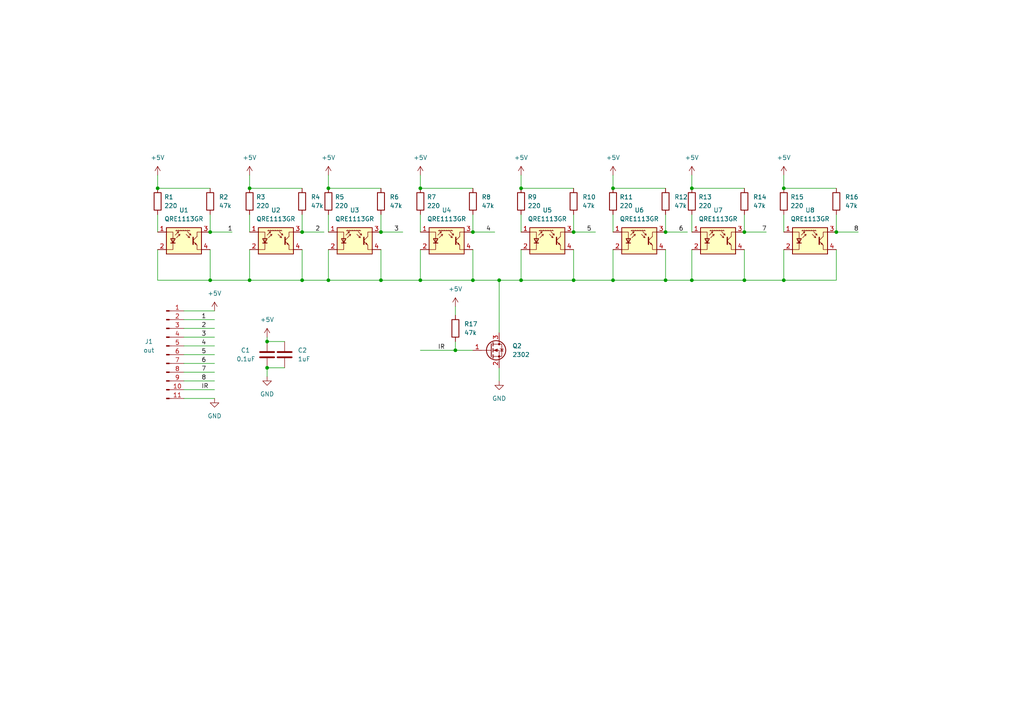
<source format=kicad_sch>
(kicad_sch (version 20230121) (generator eeschema)

  (uuid 01fe6c28-8199-4672-b705-0e09eef7b65f)

  (paper "A4")

  (lib_symbols
    (symbol "Connector:Conn_01x11_Pin" (pin_names (offset 1.016) hide) (in_bom yes) (on_board yes)
      (property "Reference" "J" (at 0 15.24 0)
        (effects (font (size 1.27 1.27)))
      )
      (property "Value" "Conn_01x11_Pin" (at 0 -15.24 0)
        (effects (font (size 1.27 1.27)))
      )
      (property "Footprint" "" (at 0 0 0)
        (effects (font (size 1.27 1.27)) hide)
      )
      (property "Datasheet" "~" (at 0 0 0)
        (effects (font (size 1.27 1.27)) hide)
      )
      (property "ki_locked" "" (at 0 0 0)
        (effects (font (size 1.27 1.27)))
      )
      (property "ki_keywords" "connector" (at 0 0 0)
        (effects (font (size 1.27 1.27)) hide)
      )
      (property "ki_description" "Generic connector, single row, 01x11, script generated" (at 0 0 0)
        (effects (font (size 1.27 1.27)) hide)
      )
      (property "ki_fp_filters" "Connector*:*_1x??_*" (at 0 0 0)
        (effects (font (size 1.27 1.27)) hide)
      )
      (symbol "Conn_01x11_Pin_1_1"
        (polyline
          (pts
            (xy 1.27 -12.7)
            (xy 0.8636 -12.7)
          )
          (stroke (width 0.1524) (type default))
          (fill (type none))
        )
        (polyline
          (pts
            (xy 1.27 -10.16)
            (xy 0.8636 -10.16)
          )
          (stroke (width 0.1524) (type default))
          (fill (type none))
        )
        (polyline
          (pts
            (xy 1.27 -7.62)
            (xy 0.8636 -7.62)
          )
          (stroke (width 0.1524) (type default))
          (fill (type none))
        )
        (polyline
          (pts
            (xy 1.27 -5.08)
            (xy 0.8636 -5.08)
          )
          (stroke (width 0.1524) (type default))
          (fill (type none))
        )
        (polyline
          (pts
            (xy 1.27 -2.54)
            (xy 0.8636 -2.54)
          )
          (stroke (width 0.1524) (type default))
          (fill (type none))
        )
        (polyline
          (pts
            (xy 1.27 0)
            (xy 0.8636 0)
          )
          (stroke (width 0.1524) (type default))
          (fill (type none))
        )
        (polyline
          (pts
            (xy 1.27 2.54)
            (xy 0.8636 2.54)
          )
          (stroke (width 0.1524) (type default))
          (fill (type none))
        )
        (polyline
          (pts
            (xy 1.27 5.08)
            (xy 0.8636 5.08)
          )
          (stroke (width 0.1524) (type default))
          (fill (type none))
        )
        (polyline
          (pts
            (xy 1.27 7.62)
            (xy 0.8636 7.62)
          )
          (stroke (width 0.1524) (type default))
          (fill (type none))
        )
        (polyline
          (pts
            (xy 1.27 10.16)
            (xy 0.8636 10.16)
          )
          (stroke (width 0.1524) (type default))
          (fill (type none))
        )
        (polyline
          (pts
            (xy 1.27 12.7)
            (xy 0.8636 12.7)
          )
          (stroke (width 0.1524) (type default))
          (fill (type none))
        )
        (rectangle (start 0.8636 -12.573) (end 0 -12.827)
          (stroke (width 0.1524) (type default))
          (fill (type outline))
        )
        (rectangle (start 0.8636 -10.033) (end 0 -10.287)
          (stroke (width 0.1524) (type default))
          (fill (type outline))
        )
        (rectangle (start 0.8636 -7.493) (end 0 -7.747)
          (stroke (width 0.1524) (type default))
          (fill (type outline))
        )
        (rectangle (start 0.8636 -4.953) (end 0 -5.207)
          (stroke (width 0.1524) (type default))
          (fill (type outline))
        )
        (rectangle (start 0.8636 -2.413) (end 0 -2.667)
          (stroke (width 0.1524) (type default))
          (fill (type outline))
        )
        (rectangle (start 0.8636 0.127) (end 0 -0.127)
          (stroke (width 0.1524) (type default))
          (fill (type outline))
        )
        (rectangle (start 0.8636 2.667) (end 0 2.413)
          (stroke (width 0.1524) (type default))
          (fill (type outline))
        )
        (rectangle (start 0.8636 5.207) (end 0 4.953)
          (stroke (width 0.1524) (type default))
          (fill (type outline))
        )
        (rectangle (start 0.8636 7.747) (end 0 7.493)
          (stroke (width 0.1524) (type default))
          (fill (type outline))
        )
        (rectangle (start 0.8636 10.287) (end 0 10.033)
          (stroke (width 0.1524) (type default))
          (fill (type outline))
        )
        (rectangle (start 0.8636 12.827) (end 0 12.573)
          (stroke (width 0.1524) (type default))
          (fill (type outline))
        )
        (pin passive line (at 5.08 12.7 180) (length 3.81)
          (name "Pin_1" (effects (font (size 1.27 1.27))))
          (number "1" (effects (font (size 1.27 1.27))))
        )
        (pin passive line (at 5.08 -10.16 180) (length 3.81)
          (name "Pin_10" (effects (font (size 1.27 1.27))))
          (number "10" (effects (font (size 1.27 1.27))))
        )
        (pin passive line (at 5.08 -12.7 180) (length 3.81)
          (name "Pin_11" (effects (font (size 1.27 1.27))))
          (number "11" (effects (font (size 1.27 1.27))))
        )
        (pin passive line (at 5.08 10.16 180) (length 3.81)
          (name "Pin_2" (effects (font (size 1.27 1.27))))
          (number "2" (effects (font (size 1.27 1.27))))
        )
        (pin passive line (at 5.08 7.62 180) (length 3.81)
          (name "Pin_3" (effects (font (size 1.27 1.27))))
          (number "3" (effects (font (size 1.27 1.27))))
        )
        (pin passive line (at 5.08 5.08 180) (length 3.81)
          (name "Pin_4" (effects (font (size 1.27 1.27))))
          (number "4" (effects (font (size 1.27 1.27))))
        )
        (pin passive line (at 5.08 2.54 180) (length 3.81)
          (name "Pin_5" (effects (font (size 1.27 1.27))))
          (number "5" (effects (font (size 1.27 1.27))))
        )
        (pin passive line (at 5.08 0 180) (length 3.81)
          (name "Pin_6" (effects (font (size 1.27 1.27))))
          (number "6" (effects (font (size 1.27 1.27))))
        )
        (pin passive line (at 5.08 -2.54 180) (length 3.81)
          (name "Pin_7" (effects (font (size 1.27 1.27))))
          (number "7" (effects (font (size 1.27 1.27))))
        )
        (pin passive line (at 5.08 -5.08 180) (length 3.81)
          (name "Pin_8" (effects (font (size 1.27 1.27))))
          (number "8" (effects (font (size 1.27 1.27))))
        )
        (pin passive line (at 5.08 -7.62 180) (length 3.81)
          (name "Pin_9" (effects (font (size 1.27 1.27))))
          (number "9" (effects (font (size 1.27 1.27))))
        )
      )
    )
    (symbol "Device:C" (pin_numbers hide) (pin_names (offset 0.254)) (in_bom yes) (on_board yes)
      (property "Reference" "C" (at 0.635 2.54 0)
        (effects (font (size 1.27 1.27)) (justify left))
      )
      (property "Value" "C" (at 0.635 -2.54 0)
        (effects (font (size 1.27 1.27)) (justify left))
      )
      (property "Footprint" "" (at 0.9652 -3.81 0)
        (effects (font (size 1.27 1.27)) hide)
      )
      (property "Datasheet" "~" (at 0 0 0)
        (effects (font (size 1.27 1.27)) hide)
      )
      (property "ki_keywords" "cap capacitor" (at 0 0 0)
        (effects (font (size 1.27 1.27)) hide)
      )
      (property "ki_description" "Unpolarized capacitor" (at 0 0 0)
        (effects (font (size 1.27 1.27)) hide)
      )
      (property "ki_fp_filters" "C_*" (at 0 0 0)
        (effects (font (size 1.27 1.27)) hide)
      )
      (symbol "C_0_1"
        (polyline
          (pts
            (xy -2.032 -0.762)
            (xy 2.032 -0.762)
          )
          (stroke (width 0.508) (type default))
          (fill (type none))
        )
        (polyline
          (pts
            (xy -2.032 0.762)
            (xy 2.032 0.762)
          )
          (stroke (width 0.508) (type default))
          (fill (type none))
        )
      )
      (symbol "C_1_1"
        (pin passive line (at 0 3.81 270) (length 2.794)
          (name "~" (effects (font (size 1.27 1.27))))
          (number "1" (effects (font (size 1.27 1.27))))
        )
        (pin passive line (at 0 -3.81 90) (length 2.794)
          (name "~" (effects (font (size 1.27 1.27))))
          (number "2" (effects (font (size 1.27 1.27))))
        )
      )
    )
    (symbol "Device:R" (pin_numbers hide) (pin_names (offset 0)) (in_bom yes) (on_board yes)
      (property "Reference" "R" (at 2.032 0 90)
        (effects (font (size 1.27 1.27)))
      )
      (property "Value" "R" (at 0 0 90)
        (effects (font (size 1.27 1.27)))
      )
      (property "Footprint" "" (at -1.778 0 90)
        (effects (font (size 1.27 1.27)) hide)
      )
      (property "Datasheet" "~" (at 0 0 0)
        (effects (font (size 1.27 1.27)) hide)
      )
      (property "ki_keywords" "R res resistor" (at 0 0 0)
        (effects (font (size 1.27 1.27)) hide)
      )
      (property "ki_description" "Resistor" (at 0 0 0)
        (effects (font (size 1.27 1.27)) hide)
      )
      (property "ki_fp_filters" "R_*" (at 0 0 0)
        (effects (font (size 1.27 1.27)) hide)
      )
      (symbol "R_0_1"
        (rectangle (start -1.016 -2.54) (end 1.016 2.54)
          (stroke (width 0.254) (type default))
          (fill (type none))
        )
      )
      (symbol "R_1_1"
        (pin passive line (at 0 3.81 270) (length 1.27)
          (name "~" (effects (font (size 1.27 1.27))))
          (number "1" (effects (font (size 1.27 1.27))))
        )
        (pin passive line (at 0 -3.81 90) (length 1.27)
          (name "~" (effects (font (size 1.27 1.27))))
          (number "2" (effects (font (size 1.27 1.27))))
        )
      )
    )
    (symbol "Sensor_Proximity:QRE1113GR" (pin_names (offset 0.0254) hide) (in_bom yes) (on_board yes)
      (property "Reference" "U" (at -3.81 5.08 0)
        (effects (font (size 1.27 1.27)))
      )
      (property "Value" "QRE1113GR" (at 11.43 5.08 0)
        (effects (font (size 1.27 1.27)) (justify right))
      )
      (property "Footprint" "OptoDevice:OnSemi_CASE100CY" (at 0 -5.08 0)
        (effects (font (size 1.27 1.27)) hide)
      )
      (property "Datasheet" "http://www.onsemi.com/pub/Collateral/QRE1113-D.PDF" (at 0 2.54 0)
        (effects (font (size 1.27 1.27)) hide)
      )
      (property "ki_keywords" "Reflective Optical Sensor Opto reflex coupler" (at 0 0 0)
        (effects (font (size 1.27 1.27)) hide)
      )
      (property "ki_description" "Miniature Reflective Optical Object Sensor, SMD-4" (at 0 0 0)
        (effects (font (size 1.27 1.27)) hide)
      )
      (property "ki_fp_filters" "OnSemi*CASE100CY*" (at 0 0 0)
        (effects (font (size 1.27 1.27)) hide)
      )
      (symbol "QRE1113GR_0_1"
        (polyline
          (pts
            (xy -3.81 -0.635)
            (xy -2.54 -0.635)
          )
          (stroke (width 0.254) (type default))
          (fill (type none))
        )
        (polyline
          (pts
            (xy -2.286 2.921)
            (xy -2.032 3.175)
          )
          (stroke (width 0) (type default))
          (fill (type none))
        )
        (polyline
          (pts
            (xy -1.778 2.921)
            (xy -1.524 3.175)
          )
          (stroke (width 0) (type default))
          (fill (type none))
        )
        (polyline
          (pts
            (xy -1.524 2.667)
            (xy -1.651 2.159)
          )
          (stroke (width 0) (type default))
          (fill (type none))
        )
        (polyline
          (pts
            (xy -1.27 2.921)
            (xy -1.016 3.175)
          )
          (stroke (width 0) (type default))
          (fill (type none))
        )
        (polyline
          (pts
            (xy -1.143 1.905)
            (xy -1.27 1.397)
          )
          (stroke (width 0) (type default))
          (fill (type none))
        )
        (polyline
          (pts
            (xy -0.762 2.921)
            (xy -0.508 3.175)
          )
          (stroke (width 0) (type default))
          (fill (type none))
        )
        (polyline
          (pts
            (xy -0.254 2.921)
            (xy 0 3.175)
          )
          (stroke (width 0) (type default))
          (fill (type none))
        )
        (polyline
          (pts
            (xy 0.254 2.921)
            (xy 0.508 3.175)
          )
          (stroke (width 0) (type default))
          (fill (type none))
        )
        (polyline
          (pts
            (xy 0.762 2.921)
            (xy 1.016 3.175)
          )
          (stroke (width 0) (type default))
          (fill (type none))
        )
        (polyline
          (pts
            (xy 1.27 2.921)
            (xy 1.524 3.175)
          )
          (stroke (width 0) (type default))
          (fill (type none))
        )
        (polyline
          (pts
            (xy 1.651 0.889)
            (xy 1.143 1.016)
          )
          (stroke (width 0) (type default))
          (fill (type none))
        )
        (polyline
          (pts
            (xy 1.778 2.921)
            (xy -2.413 2.921)
          )
          (stroke (width 0) (type default))
          (fill (type none))
        )
        (polyline
          (pts
            (xy 2.032 1.651)
            (xy 1.524 1.778)
          )
          (stroke (width 0) (type default))
          (fill (type none))
        )
        (polyline
          (pts
            (xy 2.667 -0.127)
            (xy 3.81 -1.27)
          )
          (stroke (width 0) (type default))
          (fill (type none))
        )
        (polyline
          (pts
            (xy 2.667 0.127)
            (xy 3.81 1.27)
          )
          (stroke (width 0) (type default))
          (fill (type none))
        )
        (polyline
          (pts
            (xy -2.54 1.651)
            (xy -1.524 2.667)
            (xy -2.032 2.54)
          )
          (stroke (width 0) (type default))
          (fill (type none))
        )
        (polyline
          (pts
            (xy -2.159 0.889)
            (xy -1.143 1.905)
            (xy -1.651 1.778)
          )
          (stroke (width 0) (type default))
          (fill (type none))
        )
        (polyline
          (pts
            (xy 0.635 1.905)
            (xy 1.651 0.889)
            (xy 1.524 1.397)
          )
          (stroke (width 0) (type default))
          (fill (type none))
        )
        (polyline
          (pts
            (xy 1.016 2.667)
            (xy 2.032 1.651)
            (xy 1.905 2.159)
          )
          (stroke (width 0) (type default))
          (fill (type none))
        )
        (polyline
          (pts
            (xy 2.667 1.016)
            (xy 2.667 -1.016)
            (xy 2.667 -1.016)
          )
          (stroke (width 0.3556) (type default))
          (fill (type none))
        )
        (polyline
          (pts
            (xy 3.81 -1.27)
            (xy 3.81 -2.54)
            (xy 5.08 -2.54)
          )
          (stroke (width 0) (type default))
          (fill (type none))
        )
        (polyline
          (pts
            (xy 3.81 1.27)
            (xy 3.81 2.54)
            (xy 5.08 2.54)
          )
          (stroke (width 0) (type default))
          (fill (type none))
        )
        (polyline
          (pts
            (xy -5.08 -2.54)
            (xy -3.175 -2.54)
            (xy -3.175 2.54)
            (xy -5.08 2.54)
          )
          (stroke (width 0) (type default))
          (fill (type none))
        )
        (polyline
          (pts
            (xy -3.175 -0.635)
            (xy -3.81 0.635)
            (xy -2.54 0.635)
            (xy -3.175 -0.635)
          )
          (stroke (width 0.254) (type default))
          (fill (type none))
        )
        (polyline
          (pts
            (xy 3.683 -1.143)
            (xy 3.429 -0.635)
            (xy 3.175 -0.889)
            (xy 3.683 -1.143)
          )
          (stroke (width 0) (type default))
          (fill (type none))
        )
        (polyline
          (pts
            (xy -5.08 -3.81)
            (xy 5.08 -3.81)
            (xy 5.08 3.81)
            (xy -5.08 3.81)
            (xy -5.08 -3.81)
          )
          (stroke (width 0.254) (type default))
          (fill (type background))
        )
      )
      (symbol "QRE1113GR_1_1"
        (pin passive line (at -7.62 2.54 0) (length 2.54)
          (name "A" (effects (font (size 1.27 1.27))))
          (number "1" (effects (font (size 1.27 1.27))))
        )
        (pin passive line (at -7.62 -2.54 0) (length 2.54)
          (name "K" (effects (font (size 1.27 1.27))))
          (number "2" (effects (font (size 1.27 1.27))))
        )
        (pin open_collector line (at 7.62 2.54 180) (length 2.54)
          (name "~" (effects (font (size 1.27 1.27))))
          (number "3" (effects (font (size 1.27 1.27))))
        )
        (pin open_emitter line (at 7.62 -2.54 180) (length 2.54)
          (name "~" (effects (font (size 1.27 1.27))))
          (number "4" (effects (font (size 1.27 1.27))))
        )
      )
    )
    (symbol "Transistor_FET:DMG2302U" (pin_names hide) (in_bom yes) (on_board yes)
      (property "Reference" "Q" (at 5.08 1.905 0)
        (effects (font (size 1.27 1.27)) (justify left))
      )
      (property "Value" "DMG2302U" (at 5.08 0 0)
        (effects (font (size 1.27 1.27)) (justify left))
      )
      (property "Footprint" "Package_TO_SOT_SMD:SOT-23" (at 5.08 -1.905 0)
        (effects (font (size 1.27 1.27) italic) (justify left) hide)
      )
      (property "Datasheet" "http://www.diodes.com/assets/Datasheets/DMG2302U.pdf" (at 0 0 0)
        (effects (font (size 1.27 1.27)) (justify left) hide)
      )
      (property "ki_keywords" "N-Channel MOSFET" (at 0 0 0)
        (effects (font (size 1.27 1.27)) hide)
      )
      (property "ki_description" "4.2A Id, 20V Vds, N-Channel MOSFET, SOT-23" (at 0 0 0)
        (effects (font (size 1.27 1.27)) hide)
      )
      (property "ki_fp_filters" "SOT?23*" (at 0 0 0)
        (effects (font (size 1.27 1.27)) hide)
      )
      (symbol "DMG2302U_0_1"
        (polyline
          (pts
            (xy 0.254 0)
            (xy -2.54 0)
          )
          (stroke (width 0) (type default))
          (fill (type none))
        )
        (polyline
          (pts
            (xy 0.254 1.905)
            (xy 0.254 -1.905)
          )
          (stroke (width 0.254) (type default))
          (fill (type none))
        )
        (polyline
          (pts
            (xy 0.762 -1.27)
            (xy 0.762 -2.286)
          )
          (stroke (width 0.254) (type default))
          (fill (type none))
        )
        (polyline
          (pts
            (xy 0.762 0.508)
            (xy 0.762 -0.508)
          )
          (stroke (width 0.254) (type default))
          (fill (type none))
        )
        (polyline
          (pts
            (xy 0.762 2.286)
            (xy 0.762 1.27)
          )
          (stroke (width 0.254) (type default))
          (fill (type none))
        )
        (polyline
          (pts
            (xy 2.54 2.54)
            (xy 2.54 1.778)
          )
          (stroke (width 0) (type default))
          (fill (type none))
        )
        (polyline
          (pts
            (xy 2.54 -2.54)
            (xy 2.54 0)
            (xy 0.762 0)
          )
          (stroke (width 0) (type default))
          (fill (type none))
        )
        (polyline
          (pts
            (xy 0.762 -1.778)
            (xy 3.302 -1.778)
            (xy 3.302 1.778)
            (xy 0.762 1.778)
          )
          (stroke (width 0) (type default))
          (fill (type none))
        )
        (polyline
          (pts
            (xy 1.016 0)
            (xy 2.032 0.381)
            (xy 2.032 -0.381)
            (xy 1.016 0)
          )
          (stroke (width 0) (type default))
          (fill (type outline))
        )
        (polyline
          (pts
            (xy 2.794 0.508)
            (xy 2.921 0.381)
            (xy 3.683 0.381)
            (xy 3.81 0.254)
          )
          (stroke (width 0) (type default))
          (fill (type none))
        )
        (polyline
          (pts
            (xy 3.302 0.381)
            (xy 2.921 -0.254)
            (xy 3.683 -0.254)
            (xy 3.302 0.381)
          )
          (stroke (width 0) (type default))
          (fill (type none))
        )
        (circle (center 1.651 0) (radius 2.794)
          (stroke (width 0.254) (type default))
          (fill (type none))
        )
        (circle (center 2.54 -1.778) (radius 0.254)
          (stroke (width 0) (type default))
          (fill (type outline))
        )
        (circle (center 2.54 1.778) (radius 0.254)
          (stroke (width 0) (type default))
          (fill (type outline))
        )
      )
      (symbol "DMG2302U_1_1"
        (pin input line (at -5.08 0 0) (length 2.54)
          (name "G" (effects (font (size 1.27 1.27))))
          (number "1" (effects (font (size 1.27 1.27))))
        )
        (pin passive line (at 2.54 -5.08 90) (length 2.54)
          (name "S" (effects (font (size 1.27 1.27))))
          (number "2" (effects (font (size 1.27 1.27))))
        )
        (pin passive line (at 2.54 5.08 270) (length 2.54)
          (name "D" (effects (font (size 1.27 1.27))))
          (number "3" (effects (font (size 1.27 1.27))))
        )
      )
    )
    (symbol "power:+5V" (power) (pin_names (offset 0)) (in_bom yes) (on_board yes)
      (property "Reference" "#PWR" (at 0 -3.81 0)
        (effects (font (size 1.27 1.27)) hide)
      )
      (property "Value" "+5V" (at 0 3.556 0)
        (effects (font (size 1.27 1.27)))
      )
      (property "Footprint" "" (at 0 0 0)
        (effects (font (size 1.27 1.27)) hide)
      )
      (property "Datasheet" "" (at 0 0 0)
        (effects (font (size 1.27 1.27)) hide)
      )
      (property "ki_keywords" "global power" (at 0 0 0)
        (effects (font (size 1.27 1.27)) hide)
      )
      (property "ki_description" "Power symbol creates a global label with name \"+5V\"" (at 0 0 0)
        (effects (font (size 1.27 1.27)) hide)
      )
      (symbol "+5V_0_1"
        (polyline
          (pts
            (xy -0.762 1.27)
            (xy 0 2.54)
          )
          (stroke (width 0) (type default))
          (fill (type none))
        )
        (polyline
          (pts
            (xy 0 0)
            (xy 0 2.54)
          )
          (stroke (width 0) (type default))
          (fill (type none))
        )
        (polyline
          (pts
            (xy 0 2.54)
            (xy 0.762 1.27)
          )
          (stroke (width 0) (type default))
          (fill (type none))
        )
      )
      (symbol "+5V_1_1"
        (pin power_in line (at 0 0 90) (length 0) hide
          (name "+5V" (effects (font (size 1.27 1.27))))
          (number "1" (effects (font (size 1.27 1.27))))
        )
      )
    )
    (symbol "power:GND" (power) (pin_names (offset 0)) (in_bom yes) (on_board yes)
      (property "Reference" "#PWR" (at 0 -6.35 0)
        (effects (font (size 1.27 1.27)) hide)
      )
      (property "Value" "GND" (at 0 -3.81 0)
        (effects (font (size 1.27 1.27)))
      )
      (property "Footprint" "" (at 0 0 0)
        (effects (font (size 1.27 1.27)) hide)
      )
      (property "Datasheet" "" (at 0 0 0)
        (effects (font (size 1.27 1.27)) hide)
      )
      (property "ki_keywords" "global power" (at 0 0 0)
        (effects (font (size 1.27 1.27)) hide)
      )
      (property "ki_description" "Power symbol creates a global label with name \"GND\" , ground" (at 0 0 0)
        (effects (font (size 1.27 1.27)) hide)
      )
      (symbol "GND_0_1"
        (polyline
          (pts
            (xy 0 0)
            (xy 0 -1.27)
            (xy 1.27 -1.27)
            (xy 0 -2.54)
            (xy -1.27 -1.27)
            (xy 0 -1.27)
          )
          (stroke (width 0) (type default))
          (fill (type none))
        )
      )
      (symbol "GND_1_1"
        (pin power_in line (at 0 0 270) (length 0) hide
          (name "GND" (effects (font (size 1.27 1.27))))
          (number "1" (effects (font (size 1.27 1.27))))
        )
      )
    )
  )

  (junction (at 72.39 54.61) (diameter 0) (color 0 0 0 0)
    (uuid 043836ea-b675-408b-8c61-bfe323b8a847)
  )
  (junction (at 227.33 81.28) (diameter 0) (color 0 0 0 0)
    (uuid 1c388986-8d04-44da-95da-4a9b5dcba323)
  )
  (junction (at 110.49 81.28) (diameter 0) (color 0 0 0 0)
    (uuid 1d543bbf-8f5e-49e6-9eef-47629fb63ed0)
  )
  (junction (at 77.47 106.68) (diameter 0) (color 0 0 0 0)
    (uuid 1fc27a0e-9e7d-48af-901a-fd8f8b16f03b)
  )
  (junction (at 215.9 81.28) (diameter 0) (color 0 0 0 0)
    (uuid 20da3e5f-9c2a-4c43-a996-e1c41cf8c36b)
  )
  (junction (at 166.37 67.31) (diameter 0) (color 0 0 0 0)
    (uuid 24f3e81e-1299-409a-bf70-0d2738098af6)
  )
  (junction (at 60.96 81.28) (diameter 0) (color 0 0 0 0)
    (uuid 2a9441a7-b9b7-491d-989e-114d30b2f25c)
  )
  (junction (at 110.49 67.31) (diameter 0) (color 0 0 0 0)
    (uuid 32360160-ac4f-4128-ad37-1351947d1c4f)
  )
  (junction (at 227.33 54.61) (diameter 0) (color 0 0 0 0)
    (uuid 454e5d1c-be49-4a27-9ff8-f80b689a9b6f)
  )
  (junction (at 166.37 81.28) (diameter 0) (color 0 0 0 0)
    (uuid 47c81586-b92b-4c99-a7a4-75a93c1f02c5)
  )
  (junction (at 242.57 67.31) (diameter 0) (color 0 0 0 0)
    (uuid 4c70a777-ec65-446c-9411-7a091da49209)
  )
  (junction (at 151.13 81.28) (diameter 0) (color 0 0 0 0)
    (uuid 4d4b2667-4edf-45cf-80ab-452836713ef8)
  )
  (junction (at 137.16 81.28) (diameter 0) (color 0 0 0 0)
    (uuid 510361a2-6277-43b8-86c0-7a429d001700)
  )
  (junction (at 121.92 54.61) (diameter 0) (color 0 0 0 0)
    (uuid 519a7cff-473d-4858-bdc9-46257be7cd94)
  )
  (junction (at 193.04 81.28) (diameter 0) (color 0 0 0 0)
    (uuid 5894b9e3-3a2d-49f5-8b88-0537c77fdeae)
  )
  (junction (at 193.04 67.31) (diameter 0) (color 0 0 0 0)
    (uuid 62633727-fb05-41ca-8244-57fd8697323e)
  )
  (junction (at 45.72 54.61) (diameter 0) (color 0 0 0 0)
    (uuid 66b8c337-2046-477a-bde0-8965975de0dd)
  )
  (junction (at 95.25 81.28) (diameter 0) (color 0 0 0 0)
    (uuid 6ee46543-eb0d-445a-80de-ff9eb5c92bde)
  )
  (junction (at 215.9 67.31) (diameter 0) (color 0 0 0 0)
    (uuid 7785be99-efd9-4e35-874b-f390063a7a03)
  )
  (junction (at 77.47 99.06) (diameter 0) (color 0 0 0 0)
    (uuid 77b75f25-a8b8-446b-a407-4c46e0b52a09)
  )
  (junction (at 60.96 67.31) (diameter 0) (color 0 0 0 0)
    (uuid 793edfcc-61f7-4da7-b95d-e65501c8b92a)
  )
  (junction (at 121.92 81.28) (diameter 0) (color 0 0 0 0)
    (uuid 8581199d-4971-4f2e-949d-447089ddd9f0)
  )
  (junction (at 200.66 54.61) (diameter 0) (color 0 0 0 0)
    (uuid 91e3bfa1-5906-45fd-b387-2d2bdcac65c5)
  )
  (junction (at 87.63 67.31) (diameter 0) (color 0 0 0 0)
    (uuid 94ba05de-0273-418d-baef-945a1843b05c)
  )
  (junction (at 72.39 81.28) (diameter 0) (color 0 0 0 0)
    (uuid 9c7b8d38-3a1d-4235-9f3b-e630625be138)
  )
  (junction (at 95.25 54.61) (diameter 0) (color 0 0 0 0)
    (uuid b5af0a51-ce80-4d44-b882-885d3351a55f)
  )
  (junction (at 177.8 54.61) (diameter 0) (color 0 0 0 0)
    (uuid de00a80b-f716-4433-8d4f-17d394a74e6c)
  )
  (junction (at 137.16 67.31) (diameter 0) (color 0 0 0 0)
    (uuid e1108bdd-cf48-4849-a335-6c2fdeecb81f)
  )
  (junction (at 132.08 101.6) (diameter 0) (color 0 0 0 0)
    (uuid e3a3a36b-d502-4ea0-8f41-ad5f7e049d6d)
  )
  (junction (at 144.78 81.28) (diameter 0) (color 0 0 0 0)
    (uuid e6586fb8-94ff-4c03-a661-6388c974ef96)
  )
  (junction (at 87.63 81.28) (diameter 0) (color 0 0 0 0)
    (uuid edecc7a7-d81d-416a-9708-8c35e5e1d282)
  )
  (junction (at 177.8 81.28) (diameter 0) (color 0 0 0 0)
    (uuid f0014486-664a-4082-a282-0f50c16f1589)
  )
  (junction (at 151.13 54.61) (diameter 0) (color 0 0 0 0)
    (uuid f19fda27-202f-4315-b118-344a50941025)
  )
  (junction (at 200.66 81.28) (diameter 0) (color 0 0 0 0)
    (uuid f66136f3-fb27-404f-b40a-b3ccd8170693)
  )

  (wire (pts (xy 53.34 95.25) (xy 62.23 95.25))
    (stroke (width 0) (type default))
    (uuid 02f97f7a-4d9c-42e8-8db9-01b7f3fb66af)
  )
  (wire (pts (xy 77.47 97.79) (xy 77.47 99.06))
    (stroke (width 0) (type default))
    (uuid 038374fd-a6af-44ce-a6fa-145741077b85)
  )
  (wire (pts (xy 87.63 67.31) (xy 93.98 67.31))
    (stroke (width 0) (type default))
    (uuid 1160a7d1-2ee6-4f8c-b8ad-84597a0cc0e4)
  )
  (wire (pts (xy 151.13 81.28) (xy 144.78 81.28))
    (stroke (width 0) (type default))
    (uuid 184f479b-a307-4e87-a91c-fffef23af6e4)
  )
  (wire (pts (xy 193.04 67.31) (xy 199.39 67.31))
    (stroke (width 0) (type default))
    (uuid 19dabf72-3f45-4c04-9758-69a333e88a7d)
  )
  (wire (pts (xy 45.72 54.61) (xy 60.96 54.61))
    (stroke (width 0) (type default))
    (uuid 1a195ae7-7138-4dd1-9142-3e0165c3b574)
  )
  (wire (pts (xy 193.04 81.28) (xy 177.8 81.28))
    (stroke (width 0) (type default))
    (uuid 1e7db495-4309-46bc-8f05-b66d6d8fbca8)
  )
  (wire (pts (xy 137.16 67.31) (xy 143.51 67.31))
    (stroke (width 0) (type default))
    (uuid 207068a4-deba-4ff3-bbf5-07b671aa3b3f)
  )
  (wire (pts (xy 77.47 106.68) (xy 77.47 109.22))
    (stroke (width 0) (type default))
    (uuid 238626c0-7d88-4fb9-b3a0-1c8fcfd02135)
  )
  (wire (pts (xy 132.08 88.9) (xy 132.08 91.44))
    (stroke (width 0) (type default))
    (uuid 254e7415-4653-4fac-8777-571350edc7ca)
  )
  (wire (pts (xy 151.13 54.61) (xy 166.37 54.61))
    (stroke (width 0) (type default))
    (uuid 27e7ea86-dcfe-4c09-8f75-533fec87cd99)
  )
  (wire (pts (xy 151.13 50.8) (xy 151.13 54.61))
    (stroke (width 0) (type default))
    (uuid 28f7b03b-3e9e-47e7-bf45-4d1ba484826e)
  )
  (wire (pts (xy 53.34 102.87) (xy 62.23 102.87))
    (stroke (width 0) (type default))
    (uuid 2961980d-9fef-4a7f-9f98-377ca20fe97c)
  )
  (wire (pts (xy 53.34 97.79) (xy 62.23 97.79))
    (stroke (width 0) (type default))
    (uuid 2fbac899-81d6-4933-9a20-708d3742e305)
  )
  (wire (pts (xy 151.13 72.39) (xy 151.13 81.28))
    (stroke (width 0) (type default))
    (uuid 303ffe39-b95d-4778-9e5a-f2452e32bcce)
  )
  (wire (pts (xy 151.13 62.23) (xy 151.13 67.31))
    (stroke (width 0) (type default))
    (uuid 30e42496-295f-4a46-9542-efc50bf2cc72)
  )
  (wire (pts (xy 193.04 62.23) (xy 193.04 67.31))
    (stroke (width 0) (type default))
    (uuid 31db8b04-66b7-4336-92c6-5fd92db882e1)
  )
  (wire (pts (xy 60.96 81.28) (xy 72.39 81.28))
    (stroke (width 0) (type default))
    (uuid 34889893-b30a-4d21-aded-9b3834cd2007)
  )
  (wire (pts (xy 200.66 54.61) (xy 215.9 54.61))
    (stroke (width 0) (type default))
    (uuid 3ad3513f-fc59-467f-baa9-65a1201db159)
  )
  (wire (pts (xy 166.37 72.39) (xy 166.37 81.28))
    (stroke (width 0) (type default))
    (uuid 3e571da2-6372-48f4-b418-2c9850963615)
  )
  (wire (pts (xy 215.9 72.39) (xy 215.9 81.28))
    (stroke (width 0) (type default))
    (uuid 421ed409-fbd7-4b7e-881d-bb44f4d3b5f3)
  )
  (wire (pts (xy 45.72 81.28) (xy 60.96 81.28))
    (stroke (width 0) (type default))
    (uuid 4393f41c-f9f4-4210-876e-33b4f470c573)
  )
  (wire (pts (xy 166.37 67.31) (xy 172.72 67.31))
    (stroke (width 0) (type default))
    (uuid 44c78eb6-0079-4faf-aa88-dd0f5d803391)
  )
  (wire (pts (xy 95.25 81.28) (xy 87.63 81.28))
    (stroke (width 0) (type default))
    (uuid 46c5788c-f33e-43c5-87d0-03a33d7c5777)
  )
  (wire (pts (xy 53.34 107.95) (xy 62.23 107.95))
    (stroke (width 0) (type default))
    (uuid 47af09be-9087-483d-88d2-2ca27c909c5d)
  )
  (wire (pts (xy 227.33 62.23) (xy 227.33 67.31))
    (stroke (width 0) (type default))
    (uuid 4aa26f10-2b17-4c6c-995b-d3350a5c7154)
  )
  (wire (pts (xy 121.92 50.8) (xy 121.92 54.61))
    (stroke (width 0) (type default))
    (uuid 4b083ebe-d5d1-4f69-b5ce-de569abfe37a)
  )
  (wire (pts (xy 110.49 62.23) (xy 110.49 67.31))
    (stroke (width 0) (type default))
    (uuid 4e90d40d-2358-4e4b-97cb-f5a6b9eff547)
  )
  (wire (pts (xy 77.47 99.06) (xy 82.55 99.06))
    (stroke (width 0) (type default))
    (uuid 4ef580fd-5c3b-451c-b880-7b2fd577cab2)
  )
  (wire (pts (xy 177.8 62.23) (xy 177.8 67.31))
    (stroke (width 0) (type default))
    (uuid 54e83b20-6e50-4c1b-8e6b-c782d1dbdd0e)
  )
  (wire (pts (xy 242.57 67.31) (xy 248.92 67.31))
    (stroke (width 0) (type default))
    (uuid 58346614-a5bf-4713-8c08-e1b6a9ad89d2)
  )
  (wire (pts (xy 95.25 50.8) (xy 95.25 54.61))
    (stroke (width 0) (type default))
    (uuid 593aa179-f812-4d40-96f8-75b03d117ba5)
  )
  (wire (pts (xy 242.57 72.39) (xy 242.57 81.28))
    (stroke (width 0) (type default))
    (uuid 594f70c9-8490-4c77-99ab-d19c09114db6)
  )
  (wire (pts (xy 72.39 81.28) (xy 87.63 81.28))
    (stroke (width 0) (type default))
    (uuid 5acf4c3f-3098-415c-9c0d-27b9453091fa)
  )
  (wire (pts (xy 215.9 62.23) (xy 215.9 67.31))
    (stroke (width 0) (type default))
    (uuid 5cc1b952-5201-49b1-856a-bf774733a6f7)
  )
  (wire (pts (xy 121.92 62.23) (xy 121.92 67.31))
    (stroke (width 0) (type default))
    (uuid 5d26f647-6b75-4fff-8091-60a056cd6cf0)
  )
  (wire (pts (xy 87.63 62.23) (xy 87.63 67.31))
    (stroke (width 0) (type default))
    (uuid 5e334b26-2524-436d-a54c-d2b7e5e2b2fb)
  )
  (wire (pts (xy 60.96 62.23) (xy 60.96 67.31))
    (stroke (width 0) (type default))
    (uuid 64cf92a2-f18c-4027-bc99-7aee1d0c9ea0)
  )
  (wire (pts (xy 166.37 62.23) (xy 166.37 67.31))
    (stroke (width 0) (type default))
    (uuid 67ca3a1b-025e-4003-96f5-554837151e8e)
  )
  (wire (pts (xy 77.47 106.68) (xy 82.55 106.68))
    (stroke (width 0) (type default))
    (uuid 67df256b-d3db-4ff5-953c-6bff5ae92df6)
  )
  (wire (pts (xy 177.8 81.28) (xy 166.37 81.28))
    (stroke (width 0) (type default))
    (uuid 6b9ed676-092e-479f-8fe6-1a79137c5c2b)
  )
  (wire (pts (xy 60.96 81.28) (xy 60.96 72.39))
    (stroke (width 0) (type default))
    (uuid 6e667082-0973-407e-bc9d-c41cae0cdfe9)
  )
  (wire (pts (xy 53.34 100.33) (xy 62.23 100.33))
    (stroke (width 0) (type default))
    (uuid 703b640e-dd37-4f52-9fc9-2b26ca18c5df)
  )
  (wire (pts (xy 200.66 50.8) (xy 200.66 54.61))
    (stroke (width 0) (type default))
    (uuid 71e5f638-6257-443f-bd35-c39ded27c8ad)
  )
  (wire (pts (xy 95.25 62.23) (xy 95.25 67.31))
    (stroke (width 0) (type default))
    (uuid 74825ad5-ebf1-42f3-b142-8f4012a3768b)
  )
  (wire (pts (xy 132.08 99.06) (xy 132.08 101.6))
    (stroke (width 0) (type default))
    (uuid 7612c796-462d-472f-8237-e8b2abba4d3d)
  )
  (wire (pts (xy 53.34 113.03) (xy 62.23 113.03))
    (stroke (width 0) (type default))
    (uuid 7829c5b0-9f29-4162-9a9f-3951eb768f90)
  )
  (wire (pts (xy 137.16 72.39) (xy 137.16 81.28))
    (stroke (width 0) (type default))
    (uuid 78ad1273-cff5-4640-a349-1be1d017a227)
  )
  (wire (pts (xy 60.96 67.31) (xy 67.31 67.31))
    (stroke (width 0) (type default))
    (uuid 79dc90cb-d1ec-402a-aa20-16ac819a8af7)
  )
  (wire (pts (xy 137.16 62.23) (xy 137.16 67.31))
    (stroke (width 0) (type default))
    (uuid 7cd475da-51aa-4d54-83e5-3109fb95015d)
  )
  (wire (pts (xy 53.34 110.49) (xy 62.23 110.49))
    (stroke (width 0) (type default))
    (uuid 87cc2219-a540-4573-974e-0529014b3068)
  )
  (wire (pts (xy 215.9 81.28) (xy 227.33 81.28))
    (stroke (width 0) (type default))
    (uuid 89a8acb6-e12b-4ee8-a682-82f904f3b26b)
  )
  (wire (pts (xy 45.72 50.8) (xy 45.72 54.61))
    (stroke (width 0) (type default))
    (uuid 89c89809-2b9d-4e28-8467-6a3a8fee5e26)
  )
  (wire (pts (xy 72.39 62.23) (xy 72.39 67.31))
    (stroke (width 0) (type default))
    (uuid 8b90d9d5-0121-4f66-96e6-6b626d51266d)
  )
  (wire (pts (xy 227.33 81.28) (xy 242.57 81.28))
    (stroke (width 0) (type default))
    (uuid 8e317877-d4de-4766-9df5-f8dbab869001)
  )
  (wire (pts (xy 121.92 54.61) (xy 137.16 54.61))
    (stroke (width 0) (type default))
    (uuid 930916b1-9911-4e5f-894e-0cf631751d71)
  )
  (wire (pts (xy 53.34 105.41) (xy 62.23 105.41))
    (stroke (width 0) (type default))
    (uuid 93496677-f541-490d-9aba-791e6e309e55)
  )
  (wire (pts (xy 53.34 115.57) (xy 62.23 115.57))
    (stroke (width 0) (type default))
    (uuid 98b0d288-d3b3-4164-9ceb-70e45ede9eef)
  )
  (wire (pts (xy 53.34 90.17) (xy 62.23 90.17))
    (stroke (width 0) (type default))
    (uuid 99ad6895-a1e2-4f53-8461-540283032fa5)
  )
  (wire (pts (xy 144.78 106.68) (xy 144.78 110.49))
    (stroke (width 0) (type default))
    (uuid 9a992952-27f4-4282-a3f5-546ea3ce41ed)
  )
  (wire (pts (xy 200.66 81.28) (xy 193.04 81.28))
    (stroke (width 0) (type default))
    (uuid 9e22a0a4-9f6a-4513-a17a-86d19f89b36d)
  )
  (wire (pts (xy 137.16 81.28) (xy 121.92 81.28))
    (stroke (width 0) (type default))
    (uuid a18af71e-118f-4f63-88b1-54eac72d3047)
  )
  (wire (pts (xy 132.08 101.6) (xy 137.16 101.6))
    (stroke (width 0) (type default))
    (uuid afb61be8-9744-4d42-bce8-0d16a705dd7d)
  )
  (wire (pts (xy 72.39 50.8) (xy 72.39 54.61))
    (stroke (width 0) (type default))
    (uuid b5518731-1d4b-4931-804e-ccb351d114ee)
  )
  (wire (pts (xy 200.66 62.23) (xy 200.66 67.31))
    (stroke (width 0) (type default))
    (uuid b55a3586-c938-4a87-9967-07845dbae287)
  )
  (wire (pts (xy 95.25 54.61) (xy 110.49 54.61))
    (stroke (width 0) (type default))
    (uuid b68cbadb-094e-4636-90cb-f1009d63ea35)
  )
  (wire (pts (xy 144.78 81.28) (xy 144.78 96.52))
    (stroke (width 0) (type default))
    (uuid b93491ee-2a7b-4384-be0d-889a461eb65c)
  )
  (wire (pts (xy 227.33 72.39) (xy 227.33 81.28))
    (stroke (width 0) (type default))
    (uuid bbefd0ed-e4ed-4f65-8f8d-e8f37a86d35d)
  )
  (wire (pts (xy 110.49 67.31) (xy 116.84 67.31))
    (stroke (width 0) (type default))
    (uuid bce2e79b-89f3-49f6-8b79-90e709444985)
  )
  (wire (pts (xy 110.49 81.28) (xy 95.25 81.28))
    (stroke (width 0) (type default))
    (uuid bd4a0473-96df-4c63-83cd-4f884f6717b8)
  )
  (wire (pts (xy 45.72 72.39) (xy 45.72 81.28))
    (stroke (width 0) (type default))
    (uuid c4298307-15df-445f-ab3b-28d4c0af1559)
  )
  (wire (pts (xy 121.92 101.6) (xy 132.08 101.6))
    (stroke (width 0) (type default))
    (uuid c636469d-bb02-47e9-bdd4-7fbb93ffe66f)
  )
  (wire (pts (xy 166.37 81.28) (xy 151.13 81.28))
    (stroke (width 0) (type default))
    (uuid c9e105e4-72eb-40a7-9539-152273693b72)
  )
  (wire (pts (xy 193.04 72.39) (xy 193.04 81.28))
    (stroke (width 0) (type default))
    (uuid cd98de40-cf64-481b-a4c0-386b8bc16391)
  )
  (wire (pts (xy 215.9 67.31) (xy 222.25 67.31))
    (stroke (width 0) (type default))
    (uuid d016a962-8f69-4ef8-9794-ff1522d91e7f)
  )
  (wire (pts (xy 144.78 81.28) (xy 137.16 81.28))
    (stroke (width 0) (type default))
    (uuid d0971db7-7a19-4b88-9166-3b2791427045)
  )
  (wire (pts (xy 215.9 81.28) (xy 200.66 81.28))
    (stroke (width 0) (type default))
    (uuid d28c7851-8e26-47fd-baa9-fc2175cd41f4)
  )
  (wire (pts (xy 177.8 50.8) (xy 177.8 54.61))
    (stroke (width 0) (type default))
    (uuid d43dbba3-a388-425d-833a-9a76919459ec)
  )
  (wire (pts (xy 45.72 62.23) (xy 45.72 67.31))
    (stroke (width 0) (type default))
    (uuid d7b2b37c-44ac-4f38-9892-0b17ec39f430)
  )
  (wire (pts (xy 227.33 54.61) (xy 242.57 54.61))
    (stroke (width 0) (type default))
    (uuid d8215171-444f-436f-8ee8-947b1ff8369e)
  )
  (wire (pts (xy 121.92 72.39) (xy 121.92 81.28))
    (stroke (width 0) (type default))
    (uuid d8489330-d05a-4982-b757-efafbc57f401)
  )
  (wire (pts (xy 177.8 54.61) (xy 193.04 54.61))
    (stroke (width 0) (type default))
    (uuid d9983840-3fbe-457b-811a-264ddc595525)
  )
  (wire (pts (xy 227.33 50.8) (xy 227.33 54.61))
    (stroke (width 0) (type default))
    (uuid daa652cb-68bc-4604-9bbe-b421d8880988)
  )
  (wire (pts (xy 200.66 72.39) (xy 200.66 81.28))
    (stroke (width 0) (type default))
    (uuid e0e57db0-255b-4022-8d07-c77f3ecb236f)
  )
  (wire (pts (xy 53.34 92.71) (xy 62.23 92.71))
    (stroke (width 0) (type default))
    (uuid e1fc2c34-64b2-4316-957b-a02eb89168a7)
  )
  (wire (pts (xy 95.25 72.39) (xy 95.25 81.28))
    (stroke (width 0) (type default))
    (uuid e61bc143-87ec-4ce0-98aa-9f32095adfb3)
  )
  (wire (pts (xy 110.49 72.39) (xy 110.49 81.28))
    (stroke (width 0) (type default))
    (uuid e90a9d7c-80e6-49cd-bd65-cbbc8e43eeed)
  )
  (wire (pts (xy 242.57 62.23) (xy 242.57 67.31))
    (stroke (width 0) (type default))
    (uuid e9ae8e53-7889-483a-93d9-d052ec844cdd)
  )
  (wire (pts (xy 177.8 72.39) (xy 177.8 81.28))
    (stroke (width 0) (type default))
    (uuid ee7ccb57-2731-4d7d-bc1a-a07002899bae)
  )
  (wire (pts (xy 72.39 81.28) (xy 72.39 72.39))
    (stroke (width 0) (type default))
    (uuid f00f33f0-6272-44bc-9674-e7c4f1911e94)
  )
  (wire (pts (xy 121.92 81.28) (xy 110.49 81.28))
    (stroke (width 0) (type default))
    (uuid facd72e6-3a3f-4473-845e-b09e5e31549b)
  )
  (wire (pts (xy 87.63 81.28) (xy 87.63 72.39))
    (stroke (width 0) (type default))
    (uuid ff536e3f-2e4f-4965-b660-8869c813fa3f)
  )
  (wire (pts (xy 72.39 54.61) (xy 87.63 54.61))
    (stroke (width 0) (type default))
    (uuid ffb59e00-ab24-4273-a9ed-2c5fb08062e3)
  )

  (label "3" (at 58.42 97.79 0) (fields_autoplaced)
    (effects (font (size 1.27 1.27)) (justify left bottom))
    (uuid 07ae488d-1328-4de2-b8f2-640ab91125fa)
  )
  (label "IR" (at 127 101.6 0) (fields_autoplaced)
    (effects (font (size 1.27 1.27)) (justify left bottom))
    (uuid 1c809d5c-3c69-4566-ac19-d14d16cbdf58)
  )
  (label "6" (at 196.85 67.31 0) (fields_autoplaced)
    (effects (font (size 1.27 1.27)) (justify left bottom))
    (uuid 1d79864c-3454-4d29-8f90-03ff0839ec56)
  )
  (label "5" (at 170.18 67.31 0) (fields_autoplaced)
    (effects (font (size 1.27 1.27)) (justify left bottom))
    (uuid 1dd10958-1a45-4581-8d49-d07b800e16b4)
  )
  (label "1" (at 66.04 67.31 0) (fields_autoplaced)
    (effects (font (size 1.27 1.27)) (justify left bottom))
    (uuid 39878436-5cee-4a23-bb5f-a5f58dfe1045)
  )
  (label "7" (at 220.98 67.31 0) (fields_autoplaced)
    (effects (font (size 1.27 1.27)) (justify left bottom))
    (uuid 51542d43-de10-4630-abbb-f929d4bddc1b)
  )
  (label "2" (at 58.42 95.25 0) (fields_autoplaced)
    (effects (font (size 1.27 1.27)) (justify left bottom))
    (uuid 62dafb9e-fe18-4a9e-b3fc-b69cbb14a454)
  )
  (label "1" (at 58.42 92.71 0) (fields_autoplaced)
    (effects (font (size 1.27 1.27)) (justify left bottom))
    (uuid 6ca80e19-2956-4862-a01a-eb320bf0bc14)
  )
  (label "4" (at 58.42 100.33 0) (fields_autoplaced)
    (effects (font (size 1.27 1.27)) (justify left bottom))
    (uuid 8acff616-6c13-4154-8764-484b25051327)
  )
  (label "IR" (at 58.42 113.03 0) (fields_autoplaced)
    (effects (font (size 1.27 1.27)) (justify left bottom))
    (uuid 93ed6eb1-f175-4fb3-b4d4-b311985346a7)
  )
  (label "7" (at 58.42 107.95 0) (fields_autoplaced)
    (effects (font (size 1.27 1.27)) (justify left bottom))
    (uuid 9f9322d2-788d-4244-a863-b19ca81b676c)
  )
  (label "3" (at 114.3 67.31 0) (fields_autoplaced)
    (effects (font (size 1.27 1.27)) (justify left bottom))
    (uuid aa287493-f72d-4823-afb6-2e2085a55d26)
  )
  (label "2" (at 91.44 67.31 0) (fields_autoplaced)
    (effects (font (size 1.27 1.27)) (justify left bottom))
    (uuid bd4c2958-72e1-4a58-b578-65c56e27cba1)
  )
  (label "5" (at 58.42 102.87 0) (fields_autoplaced)
    (effects (font (size 1.27 1.27)) (justify left bottom))
    (uuid c6f0a85f-792f-4f9f-9b31-01e3502570d3)
  )
  (label "4" (at 140.97 67.31 0) (fields_autoplaced)
    (effects (font (size 1.27 1.27)) (justify left bottom))
    (uuid c7d29098-e021-4906-bc05-587db5f70d3f)
  )
  (label "8" (at 247.65 67.31 0) (fields_autoplaced)
    (effects (font (size 1.27 1.27)) (justify left bottom))
    (uuid d35a58fa-52bb-432f-bbfb-41c422c4d0d3)
  )
  (label "6" (at 58.42 105.41 0) (fields_autoplaced)
    (effects (font (size 1.27 1.27)) (justify left bottom))
    (uuid d7373a66-4fd4-47d4-8e9b-11611654f5f9)
  )
  (label "8" (at 58.42 110.49 0) (fields_autoplaced)
    (effects (font (size 1.27 1.27)) (justify left bottom))
    (uuid da147fc5-4bb7-4206-be85-ae04edf25282)
  )

  (symbol (lib_id "Device:R") (at 166.37 58.42 0) (unit 1)
    (in_bom yes) (on_board yes) (dnp no) (fields_autoplaced)
    (uuid 06876143-f26c-4ed1-8915-8d65edc0d642)
    (property "Reference" "R10" (at 168.91 57.15 0)
      (effects (font (size 1.27 1.27)) (justify left))
    )
    (property "Value" "47k" (at 168.91 59.69 0)
      (effects (font (size 1.27 1.27)) (justify left))
    )
    (property "Footprint" "Resistor_SMD:R_0603_1608Metric" (at 164.592 58.42 90)
      (effects (font (size 1.27 1.27)) hide)
    )
    (property "Datasheet" "~" (at 166.37 58.42 0)
      (effects (font (size 1.27 1.27)) hide)
    )
    (pin "1" (uuid e846ac5b-2967-4532-9f6d-8a4c6e329240))
    (pin "2" (uuid 4e2b5f50-6c20-4ca4-8289-d673430b63e7))
    (instances
      (project "QTR8A"
        (path "/01fe6c28-8199-4672-b705-0e09eef7b65f"
          (reference "R10") (unit 1)
        )
      )
    )
  )

  (symbol (lib_id "power:+5V") (at 77.47 97.79 0) (unit 1)
    (in_bom yes) (on_board yes) (dnp no) (fields_autoplaced)
    (uuid 06bf5462-7007-40e6-b175-45f81aadf243)
    (property "Reference" "#PWR012" (at 77.47 101.6 0)
      (effects (font (size 1.27 1.27)) hide)
    )
    (property "Value" "+5V" (at 77.47 92.71 0)
      (effects (font (size 1.27 1.27)))
    )
    (property "Footprint" "" (at 77.47 97.79 0)
      (effects (font (size 1.27 1.27)) hide)
    )
    (property "Datasheet" "" (at 77.47 97.79 0)
      (effects (font (size 1.27 1.27)) hide)
    )
    (pin "1" (uuid 04bcc00f-6575-4d26-b5d7-3b291e34abac))
    (instances
      (project "QTR8A"
        (path "/01fe6c28-8199-4672-b705-0e09eef7b65f"
          (reference "#PWR012") (unit 1)
        )
      )
    )
  )

  (symbol (lib_id "Device:R") (at 242.57 58.42 0) (unit 1)
    (in_bom yes) (on_board yes) (dnp no) (fields_autoplaced)
    (uuid 0e14e281-2ba7-4a09-b866-d3320af0cf03)
    (property "Reference" "R16" (at 245.11 57.15 0)
      (effects (font (size 1.27 1.27)) (justify left))
    )
    (property "Value" "47k" (at 245.11 59.69 0)
      (effects (font (size 1.27 1.27)) (justify left))
    )
    (property "Footprint" "Resistor_SMD:R_0603_1608Metric" (at 240.792 58.42 90)
      (effects (font (size 1.27 1.27)) hide)
    )
    (property "Datasheet" "~" (at 242.57 58.42 0)
      (effects (font (size 1.27 1.27)) hide)
    )
    (pin "1" (uuid e9db0ffb-946d-49af-803c-edbecaca1a28))
    (pin "2" (uuid cade3cbd-59ec-442e-87fd-e40ee1fe3e23))
    (instances
      (project "QTR8A"
        (path "/01fe6c28-8199-4672-b705-0e09eef7b65f"
          (reference "R16") (unit 1)
        )
      )
    )
  )

  (symbol (lib_id "Device:R") (at 137.16 58.42 0) (unit 1)
    (in_bom yes) (on_board yes) (dnp no) (fields_autoplaced)
    (uuid 0eacb392-7009-44bf-a14f-aff931b72c17)
    (property "Reference" "R8" (at 139.7 57.15 0)
      (effects (font (size 1.27 1.27)) (justify left))
    )
    (property "Value" "47k" (at 139.7 59.69 0)
      (effects (font (size 1.27 1.27)) (justify left))
    )
    (property "Footprint" "Resistor_SMD:R_0603_1608Metric" (at 135.382 58.42 90)
      (effects (font (size 1.27 1.27)) hide)
    )
    (property "Datasheet" "~" (at 137.16 58.42 0)
      (effects (font (size 1.27 1.27)) hide)
    )
    (pin "1" (uuid bc1d2ca0-3492-47fc-aa91-bea4f14a2bc1))
    (pin "2" (uuid 43f55740-a82d-4d44-81b7-9e16009044dc))
    (instances
      (project "QTR8A"
        (path "/01fe6c28-8199-4672-b705-0e09eef7b65f"
          (reference "R8") (unit 1)
        )
      )
    )
  )

  (symbol (lib_id "power:GND") (at 62.23 115.57 0) (unit 1)
    (in_bom yes) (on_board yes) (dnp no) (fields_autoplaced)
    (uuid 2130edb2-f4e9-475c-bb78-b674d338476b)
    (property "Reference" "#PWR010" (at 62.23 121.92 0)
      (effects (font (size 1.27 1.27)) hide)
    )
    (property "Value" "GND" (at 62.23 120.65 0)
      (effects (font (size 1.27 1.27)))
    )
    (property "Footprint" "" (at 62.23 115.57 0)
      (effects (font (size 1.27 1.27)) hide)
    )
    (property "Datasheet" "" (at 62.23 115.57 0)
      (effects (font (size 1.27 1.27)) hide)
    )
    (pin "1" (uuid 02bcb76e-3ba3-443c-84b1-b56d7d89b499))
    (instances
      (project "QTR8A"
        (path "/01fe6c28-8199-4672-b705-0e09eef7b65f"
          (reference "#PWR010") (unit 1)
        )
      )
    )
  )

  (symbol (lib_id "Device:R") (at 60.96 58.42 0) (unit 1)
    (in_bom yes) (on_board yes) (dnp no) (fields_autoplaced)
    (uuid 29bc4e75-bd6a-4937-b228-73bb7b2b2c09)
    (property "Reference" "R2" (at 63.5 57.15 0)
      (effects (font (size 1.27 1.27)) (justify left))
    )
    (property "Value" "47k" (at 63.5 59.69 0)
      (effects (font (size 1.27 1.27)) (justify left))
    )
    (property "Footprint" "Resistor_SMD:R_0603_1608Metric" (at 59.182 58.42 90)
      (effects (font (size 1.27 1.27)) hide)
    )
    (property "Datasheet" "~" (at 60.96 58.42 0)
      (effects (font (size 1.27 1.27)) hide)
    )
    (pin "1" (uuid 7d7170e2-263b-40dc-9f07-6208a2c046a2))
    (pin "2" (uuid 65f8b4cf-073a-4d02-ab79-928cdd683446))
    (instances
      (project "QTR8A"
        (path "/01fe6c28-8199-4672-b705-0e09eef7b65f"
          (reference "R2") (unit 1)
        )
      )
    )
  )

  (symbol (lib_id "Device:R") (at 45.72 58.42 0) (unit 1)
    (in_bom yes) (on_board yes) (dnp no) (fields_autoplaced)
    (uuid 36236ad6-72f8-437d-91b3-8a882d8240f6)
    (property "Reference" "R1" (at 47.625 57.15 0)
      (effects (font (size 1.27 1.27)) (justify left))
    )
    (property "Value" "220" (at 47.625 59.69 0)
      (effects (font (size 1.27 1.27)) (justify left))
    )
    (property "Footprint" "Resistor_SMD:R_0603_1608Metric" (at 43.942 58.42 90)
      (effects (font (size 1.27 1.27)) hide)
    )
    (property "Datasheet" "~" (at 45.72 58.42 0)
      (effects (font (size 1.27 1.27)) hide)
    )
    (pin "1" (uuid 82759714-f897-4d6d-ba56-9d8851d210fc))
    (pin "2" (uuid b0cfa010-2170-4695-868e-a8ee68363f83))
    (instances
      (project "QTR8A"
        (path "/01fe6c28-8199-4672-b705-0e09eef7b65f"
          (reference "R1") (unit 1)
        )
      )
    )
  )

  (symbol (lib_id "Device:R") (at 200.66 58.42 0) (unit 1)
    (in_bom yes) (on_board yes) (dnp no) (fields_autoplaced)
    (uuid 4e287d1e-2c0e-433b-8627-2b085a75ed27)
    (property "Reference" "R13" (at 202.565 57.15 0)
      (effects (font (size 1.27 1.27)) (justify left))
    )
    (property "Value" "220" (at 202.565 59.69 0)
      (effects (font (size 1.27 1.27)) (justify left))
    )
    (property "Footprint" "Resistor_SMD:R_0603_1608Metric" (at 198.882 58.42 90)
      (effects (font (size 1.27 1.27)) hide)
    )
    (property "Datasheet" "~" (at 200.66 58.42 0)
      (effects (font (size 1.27 1.27)) hide)
    )
    (pin "1" (uuid 68913d30-e061-41e9-a8cf-d6a8f0a12a53))
    (pin "2" (uuid cd8558cb-adcb-4d78-9ea3-b90dd4b69c44))
    (instances
      (project "QTR8A"
        (path "/01fe6c28-8199-4672-b705-0e09eef7b65f"
          (reference "R13") (unit 1)
        )
      )
    )
  )

  (symbol (lib_id "power:+5V") (at 200.66 50.8 0) (unit 1)
    (in_bom yes) (on_board yes) (dnp no) (fields_autoplaced)
    (uuid 4f4487b2-7af2-40f3-b883-149ee58c9c12)
    (property "Reference" "#PWR08" (at 200.66 54.61 0)
      (effects (font (size 1.27 1.27)) hide)
    )
    (property "Value" "+5V" (at 200.66 45.72 0)
      (effects (font (size 1.27 1.27)))
    )
    (property "Footprint" "" (at 200.66 50.8 0)
      (effects (font (size 1.27 1.27)) hide)
    )
    (property "Datasheet" "" (at 200.66 50.8 0)
      (effects (font (size 1.27 1.27)) hide)
    )
    (pin "1" (uuid 5aef21e8-6c88-42cd-8164-2649b3d267be))
    (instances
      (project "QTR8A"
        (path "/01fe6c28-8199-4672-b705-0e09eef7b65f"
          (reference "#PWR08") (unit 1)
        )
      )
    )
  )

  (symbol (lib_id "power:+5V") (at 62.23 90.17 0) (unit 1)
    (in_bom yes) (on_board yes) (dnp no) (fields_autoplaced)
    (uuid 4fb59449-8ec9-4641-9cac-dbdd6260ff3a)
    (property "Reference" "#PWR011" (at 62.23 93.98 0)
      (effects (font (size 1.27 1.27)) hide)
    )
    (property "Value" "+5V" (at 62.23 85.09 0)
      (effects (font (size 1.27 1.27)))
    )
    (property "Footprint" "" (at 62.23 90.17 0)
      (effects (font (size 1.27 1.27)) hide)
    )
    (property "Datasheet" "" (at 62.23 90.17 0)
      (effects (font (size 1.27 1.27)) hide)
    )
    (pin "1" (uuid 2a6301ac-ed69-40a6-9d71-f48b1cc9d830))
    (instances
      (project "QTR8A"
        (path "/01fe6c28-8199-4672-b705-0e09eef7b65f"
          (reference "#PWR011") (unit 1)
        )
      )
    )
  )

  (symbol (lib_id "Device:R") (at 87.63 58.42 0) (unit 1)
    (in_bom yes) (on_board yes) (dnp no) (fields_autoplaced)
    (uuid 513cd3f9-b589-46d0-975f-a07a28eefef8)
    (property "Reference" "R4" (at 90.17 57.15 0)
      (effects (font (size 1.27 1.27)) (justify left))
    )
    (property "Value" "47k" (at 90.17 59.69 0)
      (effects (font (size 1.27 1.27)) (justify left))
    )
    (property "Footprint" "Resistor_SMD:R_0603_1608Metric" (at 85.852 58.42 90)
      (effects (font (size 1.27 1.27)) hide)
    )
    (property "Datasheet" "~" (at 87.63 58.42 0)
      (effects (font (size 1.27 1.27)) hide)
    )
    (pin "1" (uuid 12a77c3e-7c3e-4ff1-9abf-8747f957e2ce))
    (pin "2" (uuid 7b92c5a5-2a9a-4a8c-8bf7-027c5ee3d54d))
    (instances
      (project "QTR8A"
        (path "/01fe6c28-8199-4672-b705-0e09eef7b65f"
          (reference "R4") (unit 1)
        )
      )
    )
  )

  (symbol (lib_id "Device:R") (at 227.33 58.42 0) (unit 1)
    (in_bom yes) (on_board yes) (dnp no) (fields_autoplaced)
    (uuid 51daf51d-23f6-4a00-987e-73162c57eef9)
    (property "Reference" "R15" (at 229.235 57.15 0)
      (effects (font (size 1.27 1.27)) (justify left))
    )
    (property "Value" "220" (at 229.235 59.69 0)
      (effects (font (size 1.27 1.27)) (justify left))
    )
    (property "Footprint" "Resistor_SMD:R_0603_1608Metric" (at 225.552 58.42 90)
      (effects (font (size 1.27 1.27)) hide)
    )
    (property "Datasheet" "~" (at 227.33 58.42 0)
      (effects (font (size 1.27 1.27)) hide)
    )
    (pin "1" (uuid e6882148-fddc-4925-b24e-99420dfa748a))
    (pin "2" (uuid 9148724a-ae88-4c2c-9a61-ee7dfd51ef7c))
    (instances
      (project "QTR8A"
        (path "/01fe6c28-8199-4672-b705-0e09eef7b65f"
          (reference "R15") (unit 1)
        )
      )
    )
  )

  (symbol (lib_id "power:GND") (at 144.78 110.49 0) (unit 1)
    (in_bom yes) (on_board yes) (dnp no) (fields_autoplaced)
    (uuid 52575bf6-4b84-44c3-a776-eb2adec14ab1)
    (property "Reference" "#PWR02" (at 144.78 116.84 0)
      (effects (font (size 1.27 1.27)) hide)
    )
    (property "Value" "GND" (at 144.78 115.57 0)
      (effects (font (size 1.27 1.27)))
    )
    (property "Footprint" "" (at 144.78 110.49 0)
      (effects (font (size 1.27 1.27)) hide)
    )
    (property "Datasheet" "" (at 144.78 110.49 0)
      (effects (font (size 1.27 1.27)) hide)
    )
    (pin "1" (uuid 4cd5950e-6de5-4b11-b565-f6ff9376d36b))
    (instances
      (project "QTR8A"
        (path "/01fe6c28-8199-4672-b705-0e09eef7b65f"
          (reference "#PWR02") (unit 1)
        )
      )
    )
  )

  (symbol (lib_id "power:+5V") (at 45.72 50.8 0) (unit 1)
    (in_bom yes) (on_board yes) (dnp no) (fields_autoplaced)
    (uuid 6a9ced85-e9bb-4118-a19e-3c16f3c7ab23)
    (property "Reference" "#PWR01" (at 45.72 54.61 0)
      (effects (font (size 1.27 1.27)) hide)
    )
    (property "Value" "+5V" (at 45.72 45.72 0)
      (effects (font (size 1.27 1.27)))
    )
    (property "Footprint" "" (at 45.72 50.8 0)
      (effects (font (size 1.27 1.27)) hide)
    )
    (property "Datasheet" "" (at 45.72 50.8 0)
      (effects (font (size 1.27 1.27)) hide)
    )
    (pin "1" (uuid 374ed95f-075c-4338-8165-de0a0f6e35ef))
    (instances
      (project "QTR8A"
        (path "/01fe6c28-8199-4672-b705-0e09eef7b65f"
          (reference "#PWR01") (unit 1)
        )
      )
    )
  )

  (symbol (lib_id "Device:R") (at 193.04 58.42 0) (unit 1)
    (in_bom yes) (on_board yes) (dnp no) (fields_autoplaced)
    (uuid 6d40c508-7a80-4a7c-8a2f-325c625cb7d1)
    (property "Reference" "R12" (at 195.58 57.15 0)
      (effects (font (size 1.27 1.27)) (justify left))
    )
    (property "Value" "47k" (at 195.58 59.69 0)
      (effects (font (size 1.27 1.27)) (justify left))
    )
    (property "Footprint" "Resistor_SMD:R_0603_1608Metric" (at 191.262 58.42 90)
      (effects (font (size 1.27 1.27)) hide)
    )
    (property "Datasheet" "~" (at 193.04 58.42 0)
      (effects (font (size 1.27 1.27)) hide)
    )
    (pin "1" (uuid d64d26d1-0e01-47c6-a58e-f3875501fbb0))
    (pin "2" (uuid 2e1dffda-1305-4a4e-b661-8df2c5dae6d5))
    (instances
      (project "QTR8A"
        (path "/01fe6c28-8199-4672-b705-0e09eef7b65f"
          (reference "R12") (unit 1)
        )
      )
    )
  )

  (symbol (lib_id "Sensor_Proximity:QRE1113GR") (at 129.54 69.85 0) (unit 1)
    (in_bom yes) (on_board yes) (dnp no) (fields_autoplaced)
    (uuid 6da463aa-578e-46e0-bf89-a062b5726ee2)
    (property "Reference" "U4" (at 129.54 60.96 0)
      (effects (font (size 1.27 1.27)))
    )
    (property "Value" "QRE1113GR" (at 129.54 63.5 0)
      (effects (font (size 1.27 1.27)))
    )
    (property "Footprint" "OptoDevice:OnSemi_CASE100CY" (at 129.54 74.93 0)
      (effects (font (size 1.27 1.27)) hide)
    )
    (property "Datasheet" "http://www.onsemi.com/pub/Collateral/QRE1113-D.PDF" (at 129.54 67.31 0)
      (effects (font (size 1.27 1.27)) hide)
    )
    (pin "1" (uuid c66b755f-439f-41cf-b2e0-ad12552a84ff))
    (pin "2" (uuid e6c45b74-c868-4f91-b44c-27c22def1eec))
    (pin "3" (uuid 56901136-860a-4153-948e-de05f1f5bcc0))
    (pin "4" (uuid b93e918b-eee0-401c-acb7-f214f663ceb9))
    (instances
      (project "QTR8A"
        (path "/01fe6c28-8199-4672-b705-0e09eef7b65f"
          (reference "U4") (unit 1)
        )
      )
    )
  )

  (symbol (lib_id "Connector:Conn_01x11_Pin") (at 48.26 102.87 0) (unit 1)
    (in_bom yes) (on_board yes) (dnp no)
    (uuid 6ec78c80-0203-40ff-8265-904728472a21)
    (property "Reference" "J1" (at 43.18 99.06 0)
      (effects (font (size 1.27 1.27)))
    )
    (property "Value" "out" (at 43.18 101.6 0)
      (effects (font (size 1.27 1.27)))
    )
    (property "Footprint" "Connector_PinHeader_2.54mm:PinHeader_1x11_P2.54mm_Vertical" (at 48.26 102.87 0)
      (effects (font (size 1.27 1.27)) hide)
    )
    (property "Datasheet" "~" (at 48.26 102.87 0)
      (effects (font (size 1.27 1.27)) hide)
    )
    (pin "1" (uuid d263d545-f302-4a6b-8073-f55461de8179))
    (pin "10" (uuid b3617ce4-c41f-4cce-91d9-98732da29205))
    (pin "11" (uuid 340b857d-f038-498a-b5ad-131484f0d293))
    (pin "2" (uuid 845b1ed8-52d2-46f7-9870-db75f6668941))
    (pin "3" (uuid 7c92abec-e094-4e01-88d0-e6844a2a3775))
    (pin "4" (uuid 527ed358-a02b-4d5e-9b29-e24432b84f57))
    (pin "5" (uuid 684f3b51-5514-4da2-8fd8-dd5e235da139))
    (pin "6" (uuid eb88202e-0b46-468d-981c-5e24a34ea9c7))
    (pin "7" (uuid d2d1c286-379f-4fe3-9212-b030564e05eb))
    (pin "8" (uuid 350b3b63-21e3-44f8-b6ab-5f274be36f24))
    (pin "9" (uuid d5822ee9-7e14-4597-aecd-b26c9ab52e3e))
    (instances
      (project "QTR8A"
        (path "/01fe6c28-8199-4672-b705-0e09eef7b65f"
          (reference "J1") (unit 1)
        )
      )
    )
  )

  (symbol (lib_id "power:+5V") (at 227.33 50.8 0) (unit 1)
    (in_bom yes) (on_board yes) (dnp no) (fields_autoplaced)
    (uuid 762f915b-9a96-4022-beb2-3c239234c1a5)
    (property "Reference" "#PWR09" (at 227.33 54.61 0)
      (effects (font (size 1.27 1.27)) hide)
    )
    (property "Value" "+5V" (at 227.33 45.72 0)
      (effects (font (size 1.27 1.27)))
    )
    (property "Footprint" "" (at 227.33 50.8 0)
      (effects (font (size 1.27 1.27)) hide)
    )
    (property "Datasheet" "" (at 227.33 50.8 0)
      (effects (font (size 1.27 1.27)) hide)
    )
    (pin "1" (uuid 7b7a032c-b6ee-4af1-a5f6-a9a040e1d52c))
    (instances
      (project "QTR8A"
        (path "/01fe6c28-8199-4672-b705-0e09eef7b65f"
          (reference "#PWR09") (unit 1)
        )
      )
    )
  )

  (symbol (lib_id "Device:R") (at 177.8 58.42 0) (unit 1)
    (in_bom yes) (on_board yes) (dnp no) (fields_autoplaced)
    (uuid 78c08d76-d236-40ed-b3b9-e575dc0cc88f)
    (property "Reference" "R11" (at 179.705 57.15 0)
      (effects (font (size 1.27 1.27)) (justify left))
    )
    (property "Value" "220" (at 179.705 59.69 0)
      (effects (font (size 1.27 1.27)) (justify left))
    )
    (property "Footprint" "Resistor_SMD:R_0603_1608Metric" (at 176.022 58.42 90)
      (effects (font (size 1.27 1.27)) hide)
    )
    (property "Datasheet" "~" (at 177.8 58.42 0)
      (effects (font (size 1.27 1.27)) hide)
    )
    (pin "1" (uuid 600ba39a-86f4-4c6b-9abe-27ab3114a994))
    (pin "2" (uuid 22caf70f-cebc-4dd7-af7e-12b223c50782))
    (instances
      (project "QTR8A"
        (path "/01fe6c28-8199-4672-b705-0e09eef7b65f"
          (reference "R11") (unit 1)
        )
      )
    )
  )

  (symbol (lib_id "power:+5V") (at 121.92 50.8 0) (unit 1)
    (in_bom yes) (on_board yes) (dnp no) (fields_autoplaced)
    (uuid 79b0d6c0-54ed-4b76-bb75-a388ffe57c38)
    (property "Reference" "#PWR05" (at 121.92 54.61 0)
      (effects (font (size 1.27 1.27)) hide)
    )
    (property "Value" "+5V" (at 121.92 45.72 0)
      (effects (font (size 1.27 1.27)))
    )
    (property "Footprint" "" (at 121.92 50.8 0)
      (effects (font (size 1.27 1.27)) hide)
    )
    (property "Datasheet" "" (at 121.92 50.8 0)
      (effects (font (size 1.27 1.27)) hide)
    )
    (pin "1" (uuid 21f5cc9d-973f-407e-97e6-bf0429277f13))
    (instances
      (project "QTR8A"
        (path "/01fe6c28-8199-4672-b705-0e09eef7b65f"
          (reference "#PWR05") (unit 1)
        )
      )
    )
  )

  (symbol (lib_id "Transistor_FET:DMG2302U") (at 142.24 101.6 0) (unit 1)
    (in_bom yes) (on_board yes) (dnp no) (fields_autoplaced)
    (uuid 7d9edbe3-324b-4673-88c9-86a393c67b74)
    (property "Reference" "Q2" (at 148.59 100.33 0)
      (effects (font (size 1.27 1.27)) (justify left))
    )
    (property "Value" "2302" (at 148.59 102.87 0)
      (effects (font (size 1.27 1.27)) (justify left))
    )
    (property "Footprint" "Package_TO_SOT_SMD:SOT-23" (at 147.32 103.505 0)
      (effects (font (size 1.27 1.27) italic) (justify left) hide)
    )
    (property "Datasheet" "http://www.diodes.com/assets/Datasheets/DMG2302U.pdf" (at 142.24 101.6 0)
      (effects (font (size 1.27 1.27)) (justify left) hide)
    )
    (pin "1" (uuid 4d91feca-2841-44a7-8078-c93d0c8eff51))
    (pin "2" (uuid 6fb85c8a-fa7c-455a-b4a9-a63bbea1f131))
    (pin "3" (uuid ad1f600b-b670-481c-b371-6ba9e73e1c41))
    (instances
      (project "QTR8A"
        (path "/01fe6c28-8199-4672-b705-0e09eef7b65f"
          (reference "Q2") (unit 1)
        )
      )
    )
  )

  (symbol (lib_id "Sensor_Proximity:QRE1113GR") (at 158.75 69.85 0) (unit 1)
    (in_bom yes) (on_board yes) (dnp no) (fields_autoplaced)
    (uuid 87458145-bf7e-4064-ac33-1ad918283517)
    (property "Reference" "U5" (at 158.75 60.96 0)
      (effects (font (size 1.27 1.27)))
    )
    (property "Value" "QRE1113GR" (at 158.75 63.5 0)
      (effects (font (size 1.27 1.27)))
    )
    (property "Footprint" "OptoDevice:OnSemi_CASE100CY" (at 158.75 74.93 0)
      (effects (font (size 1.27 1.27)) hide)
    )
    (property "Datasheet" "http://www.onsemi.com/pub/Collateral/QRE1113-D.PDF" (at 158.75 67.31 0)
      (effects (font (size 1.27 1.27)) hide)
    )
    (pin "1" (uuid ee5f4d12-57be-4fea-a961-fb4675cfcb86))
    (pin "2" (uuid d6b13898-3ba8-439d-9bc8-5d67454afbaf))
    (pin "3" (uuid b11182d7-aad6-4a6b-9830-30dcf45e16c7))
    (pin "4" (uuid 9e68df61-0d1e-44a3-98d5-2980da1c1c34))
    (instances
      (project "QTR8A"
        (path "/01fe6c28-8199-4672-b705-0e09eef7b65f"
          (reference "U5") (unit 1)
        )
      )
    )
  )

  (symbol (lib_id "power:+5V") (at 151.13 50.8 0) (unit 1)
    (in_bom yes) (on_board yes) (dnp no) (fields_autoplaced)
    (uuid 90eae125-9537-4a1e-a325-144dd8f29230)
    (property "Reference" "#PWR06" (at 151.13 54.61 0)
      (effects (font (size 1.27 1.27)) hide)
    )
    (property "Value" "+5V" (at 151.13 45.72 0)
      (effects (font (size 1.27 1.27)))
    )
    (property "Footprint" "" (at 151.13 50.8 0)
      (effects (font (size 1.27 1.27)) hide)
    )
    (property "Datasheet" "" (at 151.13 50.8 0)
      (effects (font (size 1.27 1.27)) hide)
    )
    (pin "1" (uuid 756b593c-1b0c-4404-8927-12303dffc551))
    (instances
      (project "QTR8A"
        (path "/01fe6c28-8199-4672-b705-0e09eef7b65f"
          (reference "#PWR06") (unit 1)
        )
      )
    )
  )

  (symbol (lib_id "Sensor_Proximity:QRE1113GR") (at 53.34 69.85 0) (unit 1)
    (in_bom yes) (on_board yes) (dnp no) (fields_autoplaced)
    (uuid 91ccd161-075e-40b8-9dc3-ead0c4f6cfc5)
    (property "Reference" "U1" (at 53.34 60.96 0)
      (effects (font (size 1.27 1.27)))
    )
    (property "Value" "QRE1113GR" (at 53.34 63.5 0)
      (effects (font (size 1.27 1.27)))
    )
    (property "Footprint" "OptoDevice:OnSemi_CASE100CY" (at 53.34 74.93 0)
      (effects (font (size 1.27 1.27)) hide)
    )
    (property "Datasheet" "http://www.onsemi.com/pub/Collateral/QRE1113-D.PDF" (at 53.34 67.31 0)
      (effects (font (size 1.27 1.27)) hide)
    )
    (pin "1" (uuid bd19e850-f8e9-40b4-9dfb-62f904908731))
    (pin "2" (uuid 52220c0d-25f5-410d-bc24-9fed1eab167c))
    (pin "3" (uuid 8550cd73-b6cf-4600-b216-dc18c8317bf9))
    (pin "4" (uuid 1dfdb2f8-3333-4ec4-9fa1-1882bb4164cf))
    (instances
      (project "QTR8A"
        (path "/01fe6c28-8199-4672-b705-0e09eef7b65f"
          (reference "U1") (unit 1)
        )
      )
    )
  )

  (symbol (lib_id "power:GND") (at 77.47 109.22 0) (unit 1)
    (in_bom yes) (on_board yes) (dnp no) (fields_autoplaced)
    (uuid a15a7d34-3551-4a5b-9190-908c1c2d4fef)
    (property "Reference" "#PWR013" (at 77.47 115.57 0)
      (effects (font (size 1.27 1.27)) hide)
    )
    (property "Value" "GND" (at 77.47 114.3 0)
      (effects (font (size 1.27 1.27)))
    )
    (property "Footprint" "" (at 77.47 109.22 0)
      (effects (font (size 1.27 1.27)) hide)
    )
    (property "Datasheet" "" (at 77.47 109.22 0)
      (effects (font (size 1.27 1.27)) hide)
    )
    (pin "1" (uuid 646d21c8-5b80-40cf-96fd-09d39a6d8029))
    (instances
      (project "QTR8A"
        (path "/01fe6c28-8199-4672-b705-0e09eef7b65f"
          (reference "#PWR013") (unit 1)
        )
      )
    )
  )

  (symbol (lib_id "Device:R") (at 110.49 58.42 0) (unit 1)
    (in_bom yes) (on_board yes) (dnp no) (fields_autoplaced)
    (uuid b3332a9a-3b90-4c61-b698-f8658c33d4d7)
    (property "Reference" "R6" (at 113.03 57.15 0)
      (effects (font (size 1.27 1.27)) (justify left))
    )
    (property "Value" "47k" (at 113.03 59.69 0)
      (effects (font (size 1.27 1.27)) (justify left))
    )
    (property "Footprint" "Resistor_SMD:R_0603_1608Metric" (at 108.712 58.42 90)
      (effects (font (size 1.27 1.27)) hide)
    )
    (property "Datasheet" "~" (at 110.49 58.42 0)
      (effects (font (size 1.27 1.27)) hide)
    )
    (pin "1" (uuid 07a737c6-5764-47f5-9303-e762abc6cb9f))
    (pin "2" (uuid f1cf7c6a-8134-4b5c-b52c-194b2e27f0b8))
    (instances
      (project "QTR8A"
        (path "/01fe6c28-8199-4672-b705-0e09eef7b65f"
          (reference "R6") (unit 1)
        )
      )
    )
  )

  (symbol (lib_id "Device:R") (at 151.13 58.42 0) (unit 1)
    (in_bom yes) (on_board yes) (dnp no) (fields_autoplaced)
    (uuid b3e76f97-2d4e-46a3-977c-513152f645bd)
    (property "Reference" "R9" (at 153.035 57.15 0)
      (effects (font (size 1.27 1.27)) (justify left))
    )
    (property "Value" "220" (at 153.035 59.69 0)
      (effects (font (size 1.27 1.27)) (justify left))
    )
    (property "Footprint" "Resistor_SMD:R_0603_1608Metric" (at 149.352 58.42 90)
      (effects (font (size 1.27 1.27)) hide)
    )
    (property "Datasheet" "~" (at 151.13 58.42 0)
      (effects (font (size 1.27 1.27)) hide)
    )
    (pin "1" (uuid e20d1645-9792-499b-9bc3-fbac4e77ebaa))
    (pin "2" (uuid 525e1beb-855f-480c-8ffc-3d5b1689c9ab))
    (instances
      (project "QTR8A"
        (path "/01fe6c28-8199-4672-b705-0e09eef7b65f"
          (reference "R9") (unit 1)
        )
      )
    )
  )

  (symbol (lib_id "Device:R") (at 132.08 95.25 0) (unit 1)
    (in_bom yes) (on_board yes) (dnp no) (fields_autoplaced)
    (uuid ba869429-7d46-4f0d-8e8a-e9612d6fbe3b)
    (property "Reference" "R17" (at 134.62 93.98 0)
      (effects (font (size 1.27 1.27)) (justify left))
    )
    (property "Value" "47k" (at 134.62 96.52 0)
      (effects (font (size 1.27 1.27)) (justify left))
    )
    (property "Footprint" "Resistor_SMD:R_0603_1608Metric" (at 130.302 95.25 90)
      (effects (font (size 1.27 1.27)) hide)
    )
    (property "Datasheet" "~" (at 132.08 95.25 0)
      (effects (font (size 1.27 1.27)) hide)
    )
    (pin "1" (uuid 4d9754ef-b641-4132-8345-958c6917641b))
    (pin "2" (uuid 8bbc4f97-937e-46c2-965f-fb372f6df207))
    (instances
      (project "QTR8A"
        (path "/01fe6c28-8199-4672-b705-0e09eef7b65f"
          (reference "R17") (unit 1)
        )
      )
    )
  )

  (symbol (lib_id "Device:R") (at 215.9 58.42 0) (unit 1)
    (in_bom yes) (on_board yes) (dnp no) (fields_autoplaced)
    (uuid beddcd5b-5cbd-4d81-99af-747525f6f17d)
    (property "Reference" "R14" (at 218.44 57.15 0)
      (effects (font (size 1.27 1.27)) (justify left))
    )
    (property "Value" "47k" (at 218.44 59.69 0)
      (effects (font (size 1.27 1.27)) (justify left))
    )
    (property "Footprint" "Resistor_SMD:R_0603_1608Metric" (at 214.122 58.42 90)
      (effects (font (size 1.27 1.27)) hide)
    )
    (property "Datasheet" "~" (at 215.9 58.42 0)
      (effects (font (size 1.27 1.27)) hide)
    )
    (pin "1" (uuid 076e3890-4b4b-4972-9bc2-dd66267ad920))
    (pin "2" (uuid 10f5768d-af1c-489f-8936-39428497bb4c))
    (instances
      (project "QTR8A"
        (path "/01fe6c28-8199-4672-b705-0e09eef7b65f"
          (reference "R14") (unit 1)
        )
      )
    )
  )

  (symbol (lib_id "Device:C") (at 82.55 102.87 0) (unit 1)
    (in_bom yes) (on_board yes) (dnp no) (fields_autoplaced)
    (uuid c1d9d369-c139-45c7-960d-657ad01fc202)
    (property "Reference" "C2" (at 86.36 101.6 0)
      (effects (font (size 1.27 1.27)) (justify left))
    )
    (property "Value" "1uF" (at 86.36 104.14 0)
      (effects (font (size 1.27 1.27)) (justify left))
    )
    (property "Footprint" "Capacitor_SMD:C_0805_2012Metric" (at 83.5152 106.68 0)
      (effects (font (size 1.27 1.27)) hide)
    )
    (property "Datasheet" "~" (at 82.55 102.87 0)
      (effects (font (size 1.27 1.27)) hide)
    )
    (pin "1" (uuid cbd07ddf-b97d-424c-8b67-ed609b2cbc28))
    (pin "2" (uuid a0434184-ea71-4316-8403-95940e7f034f))
    (instances
      (project "QTR8A"
        (path "/01fe6c28-8199-4672-b705-0e09eef7b65f"
          (reference "C2") (unit 1)
        )
      )
    )
  )

  (symbol (lib_id "power:+5V") (at 95.25 50.8 0) (unit 1)
    (in_bom yes) (on_board yes) (dnp no) (fields_autoplaced)
    (uuid c89d1e56-de13-40ee-9417-c5cfc0beb5b3)
    (property "Reference" "#PWR04" (at 95.25 54.61 0)
      (effects (font (size 1.27 1.27)) hide)
    )
    (property "Value" "+5V" (at 95.25 45.72 0)
      (effects (font (size 1.27 1.27)))
    )
    (property "Footprint" "" (at 95.25 50.8 0)
      (effects (font (size 1.27 1.27)) hide)
    )
    (property "Datasheet" "" (at 95.25 50.8 0)
      (effects (font (size 1.27 1.27)) hide)
    )
    (pin "1" (uuid 2c06cc48-7729-4fca-a4dc-eac25ba659c9))
    (instances
      (project "QTR8A"
        (path "/01fe6c28-8199-4672-b705-0e09eef7b65f"
          (reference "#PWR04") (unit 1)
        )
      )
    )
  )

  (symbol (lib_id "Device:R") (at 121.92 58.42 0) (unit 1)
    (in_bom yes) (on_board yes) (dnp no) (fields_autoplaced)
    (uuid cb623664-b052-4352-a92c-7407d5bb7058)
    (property "Reference" "R7" (at 123.825 57.15 0)
      (effects (font (size 1.27 1.27)) (justify left))
    )
    (property "Value" "220" (at 123.825 59.69 0)
      (effects (font (size 1.27 1.27)) (justify left))
    )
    (property "Footprint" "Resistor_SMD:R_0603_1608Metric" (at 120.142 58.42 90)
      (effects (font (size 1.27 1.27)) hide)
    )
    (property "Datasheet" "~" (at 121.92 58.42 0)
      (effects (font (size 1.27 1.27)) hide)
    )
    (pin "1" (uuid 4f0c30ef-3295-4b1f-a2ec-c3445c054fe6))
    (pin "2" (uuid 5cb17f89-91a7-47e7-a4f4-6eba8c5282da))
    (instances
      (project "QTR8A"
        (path "/01fe6c28-8199-4672-b705-0e09eef7b65f"
          (reference "R7") (unit 1)
        )
      )
    )
  )

  (symbol (lib_id "power:+5V") (at 132.08 88.9 0) (unit 1)
    (in_bom yes) (on_board yes) (dnp no) (fields_autoplaced)
    (uuid cd1d7ceb-81ef-4ae2-a445-2b602f338769)
    (property "Reference" "#PWR014" (at 132.08 92.71 0)
      (effects (font (size 1.27 1.27)) hide)
    )
    (property "Value" "+5V" (at 132.08 83.82 0)
      (effects (font (size 1.27 1.27)))
    )
    (property "Footprint" "" (at 132.08 88.9 0)
      (effects (font (size 1.27 1.27)) hide)
    )
    (property "Datasheet" "" (at 132.08 88.9 0)
      (effects (font (size 1.27 1.27)) hide)
    )
    (pin "1" (uuid 662f6db2-d5a6-4e74-ab34-0ddb36de6a13))
    (instances
      (project "QTR8A"
        (path "/01fe6c28-8199-4672-b705-0e09eef7b65f"
          (reference "#PWR014") (unit 1)
        )
      )
    )
  )

  (symbol (lib_id "Sensor_Proximity:QRE1113GR") (at 185.42 69.85 0) (unit 1)
    (in_bom yes) (on_board yes) (dnp no) (fields_autoplaced)
    (uuid d0ca647f-3817-4676-8eb1-bd5f9934e2f0)
    (property "Reference" "U6" (at 185.42 60.96 0)
      (effects (font (size 1.27 1.27)))
    )
    (property "Value" "QRE1113GR" (at 185.42 63.5 0)
      (effects (font (size 1.27 1.27)))
    )
    (property "Footprint" "OptoDevice:OnSemi_CASE100CY" (at 185.42 74.93 0)
      (effects (font (size 1.27 1.27)) hide)
    )
    (property "Datasheet" "http://www.onsemi.com/pub/Collateral/QRE1113-D.PDF" (at 185.42 67.31 0)
      (effects (font (size 1.27 1.27)) hide)
    )
    (pin "1" (uuid 6df08407-a0eb-4541-b961-dfe6394b499b))
    (pin "2" (uuid 4d18f2f8-1896-4269-a5fa-3ebf850f0265))
    (pin "3" (uuid 1f8f9fe6-709e-4718-b586-e1613b262475))
    (pin "4" (uuid 0a0e9854-754a-4a3d-bf54-fbac4040489a))
    (instances
      (project "QTR8A"
        (path "/01fe6c28-8199-4672-b705-0e09eef7b65f"
          (reference "U6") (unit 1)
        )
      )
    )
  )

  (symbol (lib_id "Device:R") (at 72.39 58.42 0) (unit 1)
    (in_bom yes) (on_board yes) (dnp no) (fields_autoplaced)
    (uuid d47354da-f1f5-43eb-ac14-6d5cbb006f9b)
    (property "Reference" "R3" (at 74.295 57.15 0)
      (effects (font (size 1.27 1.27)) (justify left))
    )
    (property "Value" "220" (at 74.295 59.69 0)
      (effects (font (size 1.27 1.27)) (justify left))
    )
    (property "Footprint" "Resistor_SMD:R_0603_1608Metric" (at 70.612 58.42 90)
      (effects (font (size 1.27 1.27)) hide)
    )
    (property "Datasheet" "~" (at 72.39 58.42 0)
      (effects (font (size 1.27 1.27)) hide)
    )
    (pin "1" (uuid dc35548b-2124-4d56-aef4-6da6f72bb412))
    (pin "2" (uuid 377349c3-b003-49e6-8a5d-8617a25134b1))
    (instances
      (project "QTR8A"
        (path "/01fe6c28-8199-4672-b705-0e09eef7b65f"
          (reference "R3") (unit 1)
        )
      )
    )
  )

  (symbol (lib_id "Sensor_Proximity:QRE1113GR") (at 234.95 69.85 0) (unit 1)
    (in_bom yes) (on_board yes) (dnp no) (fields_autoplaced)
    (uuid d4f2fd6a-06f9-4d8f-9c45-12c5568e56b8)
    (property "Reference" "U8" (at 234.95 60.96 0)
      (effects (font (size 1.27 1.27)))
    )
    (property "Value" "QRE1113GR" (at 234.95 63.5 0)
      (effects (font (size 1.27 1.27)))
    )
    (property "Footprint" "OptoDevice:OnSemi_CASE100CY" (at 234.95 74.93 0)
      (effects (font (size 1.27 1.27)) hide)
    )
    (property "Datasheet" "http://www.onsemi.com/pub/Collateral/QRE1113-D.PDF" (at 234.95 67.31 0)
      (effects (font (size 1.27 1.27)) hide)
    )
    (pin "1" (uuid e6ed7c6b-e222-4841-9a5a-d98b64e8271f))
    (pin "2" (uuid b58e422d-2505-46b4-b083-6c12746a7b12))
    (pin "3" (uuid cb23f32c-57b1-425a-ac4c-db8da3a0ce8e))
    (pin "4" (uuid 068a303e-096f-48bf-a2be-2ca0f0746c76))
    (instances
      (project "QTR8A"
        (path "/01fe6c28-8199-4672-b705-0e09eef7b65f"
          (reference "U8") (unit 1)
        )
      )
    )
  )

  (symbol (lib_id "Sensor_Proximity:QRE1113GR") (at 208.28 69.85 0) (unit 1)
    (in_bom yes) (on_board yes) (dnp no) (fields_autoplaced)
    (uuid d6101642-bfc5-445e-988c-6264613edd44)
    (property "Reference" "U7" (at 208.28 60.96 0)
      (effects (font (size 1.27 1.27)))
    )
    (property "Value" "QRE1113GR" (at 208.28 63.5 0)
      (effects (font (size 1.27 1.27)))
    )
    (property "Footprint" "OptoDevice:OnSemi_CASE100CY" (at 208.28 74.93 0)
      (effects (font (size 1.27 1.27)) hide)
    )
    (property "Datasheet" "http://www.onsemi.com/pub/Collateral/QRE1113-D.PDF" (at 208.28 67.31 0)
      (effects (font (size 1.27 1.27)) hide)
    )
    (pin "1" (uuid a579d4e3-4c44-4835-bccc-821ec6114417))
    (pin "2" (uuid 0835d90b-8220-490e-b0e3-da2b7db10d92))
    (pin "3" (uuid 7b045cbd-e785-4fb7-a21a-5b2bebfcd074))
    (pin "4" (uuid 45642494-6008-400a-93a8-5fd89081b243))
    (instances
      (project "QTR8A"
        (path "/01fe6c28-8199-4672-b705-0e09eef7b65f"
          (reference "U7") (unit 1)
        )
      )
    )
  )

  (symbol (lib_id "power:+5V") (at 177.8 50.8 0) (unit 1)
    (in_bom yes) (on_board yes) (dnp no) (fields_autoplaced)
    (uuid dc6bfa0a-b893-4300-9407-742be14654a5)
    (property "Reference" "#PWR07" (at 177.8 54.61 0)
      (effects (font (size 1.27 1.27)) hide)
    )
    (property "Value" "+5V" (at 177.8 45.72 0)
      (effects (font (size 1.27 1.27)))
    )
    (property "Footprint" "" (at 177.8 50.8 0)
      (effects (font (size 1.27 1.27)) hide)
    )
    (property "Datasheet" "" (at 177.8 50.8 0)
      (effects (font (size 1.27 1.27)) hide)
    )
    (pin "1" (uuid 56c95344-29ff-4ee4-8b3b-0041f9140ca3))
    (instances
      (project "QTR8A"
        (path "/01fe6c28-8199-4672-b705-0e09eef7b65f"
          (reference "#PWR07") (unit 1)
        )
      )
    )
  )

  (symbol (lib_id "Device:R") (at 95.25 58.42 0) (unit 1)
    (in_bom yes) (on_board yes) (dnp no) (fields_autoplaced)
    (uuid e2769961-7d3b-4492-8481-cad7cd8e9fb4)
    (property "Reference" "R5" (at 97.155 57.15 0)
      (effects (font (size 1.27 1.27)) (justify left))
    )
    (property "Value" "220" (at 97.155 59.69 0)
      (effects (font (size 1.27 1.27)) (justify left))
    )
    (property "Footprint" "Resistor_SMD:R_0603_1608Metric" (at 93.472 58.42 90)
      (effects (font (size 1.27 1.27)) hide)
    )
    (property "Datasheet" "~" (at 95.25 58.42 0)
      (effects (font (size 1.27 1.27)) hide)
    )
    (pin "1" (uuid 7098f76e-916a-4a46-813b-bb03e6eb51fd))
    (pin "2" (uuid 3f25937a-68e6-4f00-835e-df0854125dad))
    (instances
      (project "QTR8A"
        (path "/01fe6c28-8199-4672-b705-0e09eef7b65f"
          (reference "R5") (unit 1)
        )
      )
    )
  )

  (symbol (lib_id "Sensor_Proximity:QRE1113GR") (at 102.87 69.85 0) (unit 1)
    (in_bom yes) (on_board yes) (dnp no) (fields_autoplaced)
    (uuid ec15f06e-c928-4aaf-9ea5-ab5c93c23e30)
    (property "Reference" "U3" (at 102.87 60.96 0)
      (effects (font (size 1.27 1.27)))
    )
    (property "Value" "QRE1113GR" (at 102.87 63.5 0)
      (effects (font (size 1.27 1.27)))
    )
    (property "Footprint" "OptoDevice:OnSemi_CASE100CY" (at 102.87 74.93 0)
      (effects (font (size 1.27 1.27)) hide)
    )
    (property "Datasheet" "http://www.onsemi.com/pub/Collateral/QRE1113-D.PDF" (at 102.87 67.31 0)
      (effects (font (size 1.27 1.27)) hide)
    )
    (pin "1" (uuid 6cf2ee2e-5fc8-460e-ba0b-08946644e8ff))
    (pin "2" (uuid 831d331c-e09c-430a-ac81-ba9362d5da3e))
    (pin "3" (uuid b26937d4-0b85-41e0-b2f2-3dbe1aadfc6b))
    (pin "4" (uuid 44c38d36-00cf-48d3-9df8-59543d43d7b4))
    (instances
      (project "QTR8A"
        (path "/01fe6c28-8199-4672-b705-0e09eef7b65f"
          (reference "U3") (unit 1)
        )
      )
    )
  )

  (symbol (lib_id "Device:C") (at 77.47 102.87 0) (unit 1)
    (in_bom yes) (on_board yes) (dnp no)
    (uuid eca7c2c4-05a1-462d-84dd-c4c53fc8e38d)
    (property "Reference" "C1" (at 69.85 101.6 0)
      (effects (font (size 1.27 1.27)) (justify left))
    )
    (property "Value" "0.1uF" (at 68.58 104.14 0)
      (effects (font (size 1.27 1.27)) (justify left))
    )
    (property "Footprint" "Capacitor_SMD:C_0805_2012Metric" (at 78.4352 106.68 0)
      (effects (font (size 1.27 1.27)) hide)
    )
    (property "Datasheet" "~" (at 77.47 102.87 0)
      (effects (font (size 1.27 1.27)) hide)
    )
    (pin "1" (uuid 029c5b66-4ba1-4001-a730-14d786fc6194))
    (pin "2" (uuid a6df1402-cdd4-426d-92b1-1c0d4eea7c35))
    (instances
      (project "QTR8A"
        (path "/01fe6c28-8199-4672-b705-0e09eef7b65f"
          (reference "C1") (unit 1)
        )
      )
    )
  )

  (symbol (lib_id "power:+5V") (at 72.39 50.8 0) (unit 1)
    (in_bom yes) (on_board yes) (dnp no) (fields_autoplaced)
    (uuid ef0fcd7e-c978-4732-be6c-98bafb16fb76)
    (property "Reference" "#PWR03" (at 72.39 54.61 0)
      (effects (font (size 1.27 1.27)) hide)
    )
    (property "Value" "+5V" (at 72.39 45.72 0)
      (effects (font (size 1.27 1.27)))
    )
    (property "Footprint" "" (at 72.39 50.8 0)
      (effects (font (size 1.27 1.27)) hide)
    )
    (property "Datasheet" "" (at 72.39 50.8 0)
      (effects (font (size 1.27 1.27)) hide)
    )
    (pin "1" (uuid ca3ce822-7fb1-4505-9e3c-f0a2f408d9fb))
    (instances
      (project "QTR8A"
        (path "/01fe6c28-8199-4672-b705-0e09eef7b65f"
          (reference "#PWR03") (unit 1)
        )
      )
    )
  )

  (symbol (lib_id "Sensor_Proximity:QRE1113GR") (at 80.01 69.85 0) (unit 1)
    (in_bom yes) (on_board yes) (dnp no) (fields_autoplaced)
    (uuid f644f3bc-bbb2-4c94-b454-9d3da042ca12)
    (property "Reference" "U2" (at 80.01 60.96 0)
      (effects (font (size 1.27 1.27)))
    )
    (property "Value" "QRE1113GR" (at 80.01 63.5 0)
      (effects (font (size 1.27 1.27)))
    )
    (property "Footprint" "OptoDevice:OnSemi_CASE100CY" (at 80.01 74.93 0)
      (effects (font (size 1.27 1.27)) hide)
    )
    (property "Datasheet" "http://www.onsemi.com/pub/Collateral/QRE1113-D.PDF" (at 80.01 67.31 0)
      (effects (font (size 1.27 1.27)) hide)
    )
    (pin "1" (uuid 5cf5418a-7f65-4e43-a73a-9fb15ae09b2e))
    (pin "2" (uuid 21bf0ace-2560-4d32-86e8-3e8cbd292478))
    (pin "3" (uuid d306cb5f-f6c3-490d-9433-1d3b4e569000))
    (pin "4" (uuid da2f4bf9-487f-49ec-b58b-5781790e3304))
    (instances
      (project "QTR8A"
        (path "/01fe6c28-8199-4672-b705-0e09eef7b65f"
          (reference "U2") (unit 1)
        )
      )
    )
  )

  (sheet_instances
    (path "/" (page "1"))
  )
)

</source>
